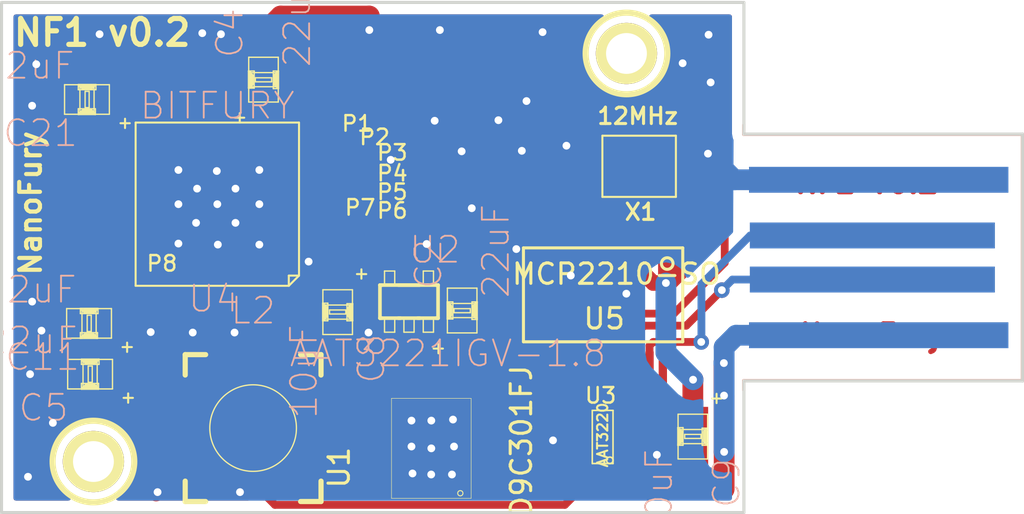
<source format=kicad_pcb>
(kicad_pcb (version 3) (host pcbnew "(2013-07-07 BZR 4022)-stable")
  (title_block (title "NanoFury NF1") (rev 0.1))
  (layers (15 F.Cu power) (0 B.Cu power) (19 F.Paste user) (21 F.SilkS user) (22 B.Mask user) (23 F.Mask user) (28 Edge.Cuts user))
  (net 0 "")
  (net 1 /INMISO)
  (net 2 /INMOSI)
  (net 3 /INSCK)
  (net 4 /OMISO)
  (net 5 /OMOSI)
  (net 6 /OSCK)
  (net 7 /OUTCLK)
  (net 8 0V8)
  (net 9 1.8V)
  (net 10 3.3V)
  (net 11 GND)
  (net 12 N-000001)
  (net 13 N-0000010)
  (net 14 N-0000013)
  (net 15 N-0000014)
  (net 16 N-000002)
  (net 17 N-0000021)
  (net 18 N-0000025)
  (net 19 N-000004)
  (net 20 N-000005)
  (net 21 N-000006)
  (net 22 N-000007)
  (net 23 N-000008)
  (net 24 USB_5V)
  (net 25 USB_DM)
  (net 26 USB_DP)
  (module USBAPCB (layer B.Cu) (at 142.95 87.5 270)
    (fp_text reference CN1 hide)
    (fp_text value MINIUSB hide)
    (pad 1 smd rect (at 3.81 0 270) (size 1.27 12.7) (layers B.Cu) (net 17 N-0000021))
    (pad 5 smd rect (at -3.81 0 270) (size 1.27 12.7) (layers B.Cu) (net 11 GND))
    (pad 3 smd rect (at -1.08 0.31 270) (size 1.27 12) (layers B.Cu) (net 26 USB_DP))
    (pad 2 smd rect (at 1.08 0.31 270) (size 1.27 12) (layers B.Cu) (net 25 USB_DM))
  )
  (module 0630 (layer F.Cu) (at 112.3188 95.8596 270)
    (fp_text reference L2 (at -5.754 0 360) (layer B.SilkS) (effects (font (size 1.27 1.27) (thickness 0.0889))))
    (fp_text value 2.4uH (at 5.83 0 360) (layer B.SilkS) (effects (font (size 1.27 1.27) (thickness 0.0889))))
    (pad 1 smd rect (at 0 -3.275 270) (size 3.4 2.35) (layers F.Cu F.Paste F.Mask) (net 19 N-000004))
    (pad 2 smd rect (at 0 3.275 270) (size 3.4 2.35) (layers F.Cu F.Paste F.Mask) (net 8 0V8))
  )
  (module HTSOP-J8 (layer F.Cu) (at 122.99442 99.30384 90)
    (fp_text reference U1 (at 1.508 -6.466 90) (layer F.SilkS))
    (fp_text value BD9C301FJ (at 2.308 2.458 90) (layer F.SilkS))
    (pad 4 smd rect (at 4.355 0.725 90) (size 0.55 1.2) (layers F.Cu F.Paste F.Mask) (net 20 N-000005))
    (pad 1 smd rect (at 0.545 0.725 90) (size 0.55 1.2) (layers F.Cu F.Paste F.Mask) (net 11 GND))
    (pad 2 smd rect (at 1.815 0.725 90) (size 0.55 1.2) (layers F.Cu F.Paste F.Mask) (net 24 USB_5V))
    (pad 3 smd rect (at 3.085 0.725 90) (size 0.55 1.2) (layers F.Cu F.Paste F.Mask) (net 11 GND))
    (pad 6 smd rect (at 3.085 -4.625 90) (size 0.55 1.2) (layers F.Cu F.Paste F.Mask) (net 24 USB_5V))
    (pad 7 smd rect (at 1.815 -4.625 90) (size 0.55 1.2) (layers F.Cu F.Paste F.Mask) (net 19 N-000004))
    (pad 8 smd rect (at 0.545 -4.625 90) (size 0.55 1.2) (layers F.Cu F.Paste F.Mask) (net 19 N-000004))
    (pad 5 smd rect (at 4.355 -4.625 90) (size 0.55 1.2) (layers F.Cu F.Paste F.Mask) (net 16 N-000002))
    (pad 9 smd rect (at 2.45 -1.95 90) (size 3.8 3) (layers F.Cu F.Paste F.Mask) (net 11 GND))
  )
  (module Hole2mm (layer F.Cu) (at 130.6 77.5)
    (fp_text reference Hole2mm1 hide)
    (fp_text value P*** hide)
    (pad 1 thru_hole circle (at 0 0) (size 3 3) (drill 2) (layers *.Cu *.Mask F.SilkS))
  )
  (module Hole2mm (layer F.Cu) (at 104.5 97.5)
    (fp_text reference Hole2mm hide)
    (fp_text value P*** hide)
    (pad 1 thru_hole circle (at 0 0) (size 3 3) (drill 2) (layers *.Cu *.Mask F.SilkS))
  )
  (module SSOP-20 (layer F.Cu) (at 132.38 85.73 180)
    (fp_text reference U5 (at 2.87 -4.77 180) (layer F.SilkS) (effects (font (size 1.00076 1.00076) (thickness 0.14986))))
    (fp_text value MCP2210-SO (at 2.27 -2.58 180) (layer F.SilkS) (effects (font (size 1.00076 1.00076) (thickness 0.14986))))
    (pad 7 smd rect (at 3.9 0 180) (size 0.4064 1.651) (layers F.Cu F.Paste F.Mask))
    (pad 8 smd rect (at 4.55 0 180) (size 0.4064 1.651) (layers F.Cu F.Paste F.Mask))
    (pad 9 smd rect (at 5.2 0 180) (size 0.4064 1.651) (layers F.Cu F.Paste F.Mask) (net 23 N-000008))
    (pad 10 smd rect (at 5.85 0 180) (size 0.4064 1.651) (layers F.Cu F.Paste F.Mask))
    (pad 17 smd rect (at 1.95 -7.2 180) (size 0.4064 1.651) (layers F.Cu F.Paste F.Mask) (net 10 3.3V))
    (pad 4 smd rect (at 1.95 0 180) (size 0.4064 1.651) (layers F.Cu F.Paste F.Mask) (net 10 3.3V))
    (pad 5 smd rect (at 2.6 0 180) (size 0.4064 1.651) (layers F.Cu F.Paste F.Mask))
    (pad 6 smd rect (at 3.25 0 180) (size 0.4064 1.651) (layers F.Cu F.Paste F.Mask))
    (pad 11 smd rect (at 5.85 -7.2 180) (size 0.4064 1.651) (layers F.Cu F.Paste F.Mask) (net 21 N-000006))
    (pad 12 smd rect (at 5.2 -7.2 180) (size 0.4064 1.651) (layers F.Cu F.Paste F.Mask) (net 13 N-0000010))
    (pad 13 smd rect (at 4.55 -7.2 180) (size 0.4064 1.651) (layers F.Cu F.Paste F.Mask) (net 22 N-000007))
    (pad 14 smd rect (at 3.9 -7.2 180) (size 0.4064 1.651) (layers F.Cu F.Paste F.Mask))
    (pad 15 smd rect (at 3.25 -7.2 180) (size 0.4064 1.651) (layers F.Cu F.Paste F.Mask))
    (pad 16 smd rect (at 2.6 -7.2 180) (size 0.4064 1.651) (layers F.Cu F.Paste F.Mask))
    (pad 18 smd rect (at 1.3 -7.2 180) (size 0.4064 1.651) (layers F.Cu F.Paste F.Mask) (net 25 USB_DM))
    (pad 19 smd rect (at 0.65 -7.2 180) (size 0.4064 1.651) (layers F.Cu F.Paste F.Mask) (net 26 USB_DP))
    (pad 20 smd rect (at 0 -7.2 180) (size 0.4064 1.651) (layers F.Cu F.Paste F.Mask))
    (pad 1 smd rect (at 0 0 180) (size 0.4064 1.651) (layers F.Cu F.Paste F.Mask) (net 10 3.3V))
    (pad 2 smd rect (at 0.65 0 180) (size 0.4064 1.651) (layers F.Cu F.Paste F.Mask) (net 14 N-0000013))
    (pad 3 smd rect (at 1.3 0 180) (size 0.4064 1.651) (layers F.Cu F.Paste F.Mask) (net 15 N-0000014))
  )
  (module SC59 (layer F.Cu) (at 129.43332 96.26346 90)
    (fp_text reference U3 (at 1.99898 -0.09906 180) (layer F.SilkS) (effects (font (size 0.762 0.762) (thickness 0.11938))))
    (fp_text value AAT3220 (at 0.0635 0 90) (layer F.SilkS) (effects (font (size 0.50038 0.50038) (thickness 0.09906))))
    (pad 3 smd rect (at 0 -1 90) (size 1 1.1) (layers F.Cu F.Paste F.Mask) (net 24 USB_5V))
    (pad 2 smd rect (at 0.95 1 90) (size 1 1.1) (layers F.Cu F.Paste F.Mask) (net 10 3.3V))
    (pad 1 smd rect (at -0.95 1 90) (size 1 1.1) (layers F.Cu F.Paste F.Mask) (net 11 GND))
  )
  (module CSTCE_G15C (layer F.Cu) (at 131.22 83.03 180)
    (fp_text reference X1 (at -0.07 -2.24 180) (layer F.SilkS) (effects (font (size 0.8 0.8))))
    (fp_text value 12MHz (at 0.07 2.46 180) (layer F.SilkS) (effects (font (size 0.8 0.8))))
    (pad 3 smd rect (at 1.2 0 180) (size 0.635 2) (layers F.Cu F.Paste F.Mask) (net 15 N-0000014))
    (pad 1 smd rect (at -1.2 0 180) (size 0.635 2) (layers F.Cu F.Paste F.Mask) (net 14 N-0000013))
    (pad 2 smd rect (at 0 0 180) (size 0.635 2) (layers F.Cu F.Paste F.Mask) (net 11 GND))
  )
  (module TP (layer F.Cu) (at 115.316 81.6864)
    (fp_text reference P1 (at 2.09 -0.75) (layer F.SilkS) (effects (font (size 0.762 0.762) (thickness 0.11938))))
    (fp_text value TST hide)
    (pad 1 smd rect (at 0 0) (size 0.635 0.635) (layers F.Cu F.Paste F.Mask) (net 3 /INSCK))
  )
  (module TP (layer F.Cu) (at 116.1796 82.3468)
    (fp_text reference P2 (at 2.09 -0.75) (layer F.SilkS) (effects (font (size 0.762 0.762) (thickness 0.11938))))
    (fp_text value TST hide)
    (pad 1 smd rect (at 0 0) (size 0.635 0.635) (layers F.Cu F.Paste F.Mask) (net 2 /INMOSI))
  )
  (module TP (layer F.Cu) (at 117.0432 83.1088)
    (fp_text reference P3 (at 2.09 -0.75) (layer F.SilkS) (effects (font (size 0.762 0.762) (thickness 0.11938))))
    (fp_text value TST hide)
    (pad 1 smd rect (at 0 0) (size 0.635 0.635) (layers F.Cu F.Paste F.Mask) (net 1 /INMISO))
  )
  (module TP (layer F.Cu) (at 117.0432 84.1248)
    (fp_text reference P4 (at 2.09 -0.75) (layer F.SilkS) (effects (font (size 0.762 0.762) (thickness 0.11938))))
    (fp_text value TST hide)
    (pad 1 smd rect (at 0 0) (size 0.635 0.635) (layers F.Cu F.Paste F.Mask) (net 4 /OMISO))
  )
  (module TP (layer F.Cu) (at 117.0432 85.0392)
    (fp_text reference P5 (at 2.09 -0.75) (layer F.SilkS) (effects (font (size 0.762 0.762) (thickness 0.11938))))
    (fp_text value TST hide)
    (pad 1 smd rect (at 0 0) (size 0.635 0.635) (layers F.Cu F.Paste F.Mask) (net 5 /OMOSI))
  )
  (module TP (layer F.Cu) (at 117.0432 85.9536)
    (fp_text reference P6 (at 2.09 -0.75) (layer F.SilkS) (effects (font (size 0.762 0.762) (thickness 0.11938))))
    (fp_text value TST hide)
    (pad 1 smd rect (at 0 0) (size 0.635 0.635) (layers F.Cu F.Paste F.Mask) (net 6 /OSCK))
  )
  (module TP (layer F.Cu) (at 105.7656 88.5444)
    (fp_text reference P8 (at 2.09 -0.75) (layer F.SilkS) (effects (font (size 0.762 0.762) (thickness 0.11938))))
    (fp_text value TST hide)
    (pad 1 smd rect (at 0 0) (size 0.635 0.635) (layers F.Cu F.Paste F.Mask) (net 8 0V8))
  )
  (module TP (layer F.Cu) (at 115.4684 85.8012)
    (fp_text reference P7 (at 2.09 -0.75) (layer F.SilkS) (effects (font (size 0.762 0.762) (thickness 0.11938))))
    (fp_text value TST hide)
    (pad 1 smd rect (at 0 0) (size 0.635 0.635) (layers F.Cu F.Paste F.Mask) (net 7 /OUTCLK))
  )
  (module 0805 (layer F.Cu) (at 122.555 90.1065 90)
    (fp_text reference C2 (at 2.286 -1.651 90) (layer B.SilkS) (effects (font (size 1.27 1.27) (thickness 0.0889))))
    (fp_text value 22uF (at 2.921 1.651 90) (layer B.SilkS) (effects (font (size 1.27 1.27) (thickness 0.0889))))
    (pad 1 smd rect (at -0.89916 0 90) (size 1.09982 1.4986) (layers F.Cu F.Paste F.Mask) (net 24 USB_5V))
    (pad 2 smd rect (at 0.89916 0 90) (size 1.09982 1.4986) (layers F.Cu F.Paste F.Mask) (net 11 GND))
  )
  (module 0805 (layer F.Cu) (at 112.8268 78.7908 90)
    (fp_text reference C4 (at 2.286 -1.651 90) (layer B.SilkS) (effects (font (size 1.27 1.27) (thickness 0.0889))))
    (fp_text value 22uF (at 2.921 1.651 90) (layer B.SilkS) (effects (font (size 1.27 1.27) (thickness 0.0889))))
    (pad 1 smd rect (at -0.89916 0 90) (size 1.09982 1.4986) (layers F.Cu F.Paste F.Mask) (net 8 0V8))
    (pad 2 smd rect (at 0.89916 0 90) (size 1.09982 1.4986) (layers F.Cu F.Paste F.Mask) (net 11 GND))
  )
  (module 0805 (layer F.Cu) (at 104.3432 93.218 180)
    (fp_text reference C5 (at 2.286 -1.651 180) (layer B.SilkS) (effects (font (size 1.27 1.27) (thickness 0.0889))))
    (fp_text value 22uF (at 2.921 1.651 180) (layer B.SilkS) (effects (font (size 1.27 1.27) (thickness 0.0889))))
    (pad 1 smd rect (at -0.89916 0 180) (size 1.09982 1.4986) (layers F.Cu F.Paste F.Mask) (net 8 0V8))
    (pad 2 smd rect (at 0.89916 0 180) (size 1.09982 1.4986) (layers F.Cu F.Paste F.Mask) (net 11 GND))
  )
  (module 0805 (layer F.Cu) (at 116.459 90.17 270)
    (fp_text reference C8 (at 2.286 -1.651 270) (layer B.SilkS) (effects (font (size 1.27 1.27) (thickness 0.0889))))
    (fp_text value 10uF (at 2.921 1.651 270) (layer B.SilkS) (effects (font (size 1.27 1.27) (thickness 0.0889))))
    (pad 1 smd rect (at -0.89916 0 270) (size 1.09982 1.4986) (layers F.Cu F.Paste F.Mask) (net 18 N-0000025))
    (pad 2 smd rect (at 0.89916 0 270) (size 1.09982 1.4986) (layers F.Cu F.Paste F.Mask) (net 11 GND))
  )
  (module 0805 (layer F.Cu) (at 133.85 96.27 270)
    (fp_text reference C9 (at 2.286 -1.651 270) (layer B.SilkS) (effects (font (size 1.27 1.27) (thickness 0.0889))))
    (fp_text value 10uF (at 2.921 1.651 270) (layer B.SilkS) (effects (font (size 1.27 1.27) (thickness 0.0889))))
    (pad 1 smd rect (at -0.89916 0 270) (size 1.09982 1.4986) (layers F.Cu F.Paste F.Mask) (net 10 3.3V))
    (pad 2 smd rect (at 0.89916 0 270) (size 1.09982 1.4986) (layers F.Cu F.Paste F.Mask) (net 11 GND))
  )
  (module 0805 (layer F.Cu) (at 104.2924 90.7288 180)
    (fp_text reference C11 (at 2.286 -1.651 180) (layer B.SilkS) (effects (font (size 1.27 1.27) (thickness 0.0889))))
    (fp_text value 22uF (at 2.921 1.651 180) (layer B.SilkS) (effects (font (size 1.27 1.27) (thickness 0.0889))))
    (pad 1 smd rect (at -0.89916 0 180) (size 1.09982 1.4986) (layers F.Cu F.Paste F.Mask) (net 8 0V8))
    (pad 2 smd rect (at 0.89916 0 180) (size 1.09982 1.4986) (layers F.Cu F.Paste F.Mask) (net 11 GND))
  )
  (module 0805 (layer F.Cu) (at 104.1908 79.756 180)
    (fp_text reference C21 (at 2.286 -1.651 180) (layer B.SilkS) (effects (font (size 1.27 1.27) (thickness 0.0889))))
    (fp_text value 22uF (at 2.921 1.651 180) (layer B.SilkS) (effects (font (size 1.27 1.27) (thickness 0.0889))))
    (pad 1 smd rect (at -0.89916 0 180) (size 1.09982 1.4986) (layers F.Cu F.Paste F.Mask) (net 8 0V8))
    (pad 2 smd rect (at 0.89916 0 180) (size 1.09982 1.4986) (layers F.Cu F.Paste F.Mask) (net 11 GND))
  )
  (module 0402 (layer F.Cu) (at 114.808 90.678 270)
    (fp_text reference CF1.8-1)
    (fp_text value 100n)
    (pad 1 smd rect (at -0.5 0 270) (size 0.5 0.7) (layers F.Cu F.Paste F.Mask) (net 9 1.8V))
    (pad 2 smd rect (at 0.5 0 270) (size 0.5 0.7) (layers F.Cu F.Paste F.Mask) (net 11 GND))
  )
  (module 0402 (layer F.Cu) (at 116.332 87.5792)
    (fp_text reference R10)
    (fp_text value 1R)
    (pad 1 smd rect (at -0.5 0) (size 0.5 0.7) (layers F.Cu F.Paste F.Mask) (net 9 1.8V))
    (pad 2 smd rect (at 0.5 0) (size 0.5 0.7) (layers F.Cu F.Paste F.Mask) (net 18 N-0000025))
  )
  (module 0402 (layer F.Cu) (at 124.841 89.281 270)
    (fp_text reference R7)
    (fp_text value 1k)
    (pad 1 smd rect (at -0.5 0 270) (size 0.5 0.7) (layers F.Cu F.Paste F.Mask) (net 13 N-0000010))
    (pad 2 smd rect (at 0.5 0 270) (size 0.5 0.7) (layers F.Cu F.Paste F.Mask) (net 21 N-000006))
  )
  (module 0402 (layer F.Cu) (at 133.85 84.24 90)
    (fp_text reference C10)
    (fp_text value 100n)
    (pad 1 smd rect (at -0.5 0 90) (size 0.5 0.7) (layers F.Cu F.Paste F.Mask) (net 10 3.3V))
    (pad 2 smd rect (at 0.5 0 90) (size 0.5 0.7) (layers F.Cu F.Paste F.Mask) (net 11 GND))
  )
  (module 0402 (layer F.Cu) (at 116.6368 79.7052 90)
    (fp_text reference R5)
    (fp_text value 2k)
    (pad 1 smd rect (at -0.5 0 90) (size 0.5 0.7) (layers F.Cu F.Paste F.Mask) (net 3 /INSCK))
    (pad 2 smd rect (at 0.5 0 90) (size 0.5 0.7) (layers F.Cu F.Paste F.Mask) (net 13 N-0000010))
  )
  (module 0402 (layer F.Cu) (at 118.9228 79.7052 180)
    (fp_text reference R6)
    (fp_text value 2k)
    (pad 1 smd rect (at -0.5 0 180) (size 0.5 0.7) (layers F.Cu F.Paste F.Mask) (net 11 GND))
    (pad 2 smd rect (at 0.5 0 180) (size 0.5 0.7) (layers F.Cu F.Paste F.Mask) (net 2 /INMOSI))
  )
  (module 0402 (layer F.Cu) (at 115.1636 78.486 270)
    (fp_text reference R9)
    (fp_text value 2k)
    (pad 1 smd rect (at -0.5 0 270) (size 0.5 0.7) (layers F.Cu F.Paste F.Mask) (net 11 GND))
    (pad 2 smd rect (at 0.5 0 270) (size 0.5 0.7) (layers F.Cu F.Paste F.Mask) (net 3 /INSCK))
  )
  (module 0402 (layer F.Cu) (at 118.9228 80.9752 180)
    (fp_text reference R8)
    (fp_text value 2K)
    (pad 1 smd rect (at -0.5 0 180) (size 0.5 0.7) (layers F.Cu F.Paste F.Mask) (net 23 N-000008))
    (pad 2 smd rect (at 0.5 0 180) (size 0.5 0.7) (layers F.Cu F.Paste F.Mask) (net 2 /INMOSI))
  )
  (module 0402 (layer F.Cu) (at 126.65202 98.34372 90)
    (fp_text reference C1)
    (fp_text value 100nF)
    (pad 1 smd rect (at -0.5 0 90) (size 0.5 0.7) (layers F.Cu F.Paste F.Mask) (net 11 GND))
    (pad 2 smd rect (at 0.5 0 90) (size 0.5 0.7) (layers F.Cu F.Paste F.Mask) (net 24 USB_5V))
  )
  (module 0402 (layer F.Cu) (at 134.2644 98.7806 180)
    (fp_text reference L1)
    (fp_text value 1uH)
    (pad 1 smd rect (at -0.5 0 180) (size 0.5 0.7) (layers F.Cu F.Paste F.Mask) (net 17 N-0000021))
    (pad 2 smd rect (at 0.5 0 180) (size 0.5 0.7) (layers F.Cu F.Paste F.Mask) (net 24 USB_5V))
  )
  (module 0402 (layer F.Cu) (at 118.9736 84.836 270)
    (fp_text reference R4)
    (fp_text value 100)
    (pad 1 smd rect (at -0.5 0 270) (size 0.5 0.7) (layers F.Cu F.Paste F.Mask) (net 1 /INMISO))
    (pad 2 smd rect (at 0.5 0 270) (size 0.5 0.7) (layers F.Cu F.Paste F.Mask) (net 22 N-000007))
  )
  (module 0402 (layer F.Cu) (at 125.47854 96.43872 90)
    (fp_text reference R3)
    (fp_text value 2.4k)
    (pad 1 smd rect (at -0.5 0 90) (size 0.5 0.7) (layers F.Cu F.Paste F.Mask) (net 11 GND))
    (pad 2 smd rect (at 0.5 0 90) (size 0.5 0.7) (layers F.Cu F.Paste F.Mask) (net 20 N-000005))
  )
  (module 0402 (layer F.Cu) (at 122.61342 93.76664)
    (fp_text reference R2)
    (fp_text value 100)
    (pad 1 smd rect (at -0.5 0) (size 0.5 0.7) (layers F.Cu F.Paste F.Mask) (net 8 0V8))
    (pad 2 smd rect (at 0.5 0) (size 0.5 0.7) (layers F.Cu F.Paste F.Mask) (net 20 N-000005))
  )
  (module 0402 (layer F.Cu) (at 118.60022 93.76664 180)
    (fp_text reference R1)
    (fp_text value 13k)
    (pad 1 smd rect (at -0.5 0 180) (size 0.5 0.7) (layers F.Cu F.Paste F.Mask) (net 12 N-000001))
    (pad 2 smd rect (at 0.5 0 180) (size 0.5 0.7) (layers F.Cu F.Paste F.Mask) (net 16 N-000002))
  )
  (module 0402 (layer F.Cu) (at 110.363 90.678 270)
    (fp_text reference C25)
    (fp_text value 100nF)
    (pad 1 smd rect (at -0.5 0 270) (size 0.5 0.7) (layers F.Cu F.Paste F.Mask) (net 8 0V8))
    (pad 2 smd rect (at 0.5 0 270) (size 0.5 0.7) (layers F.Cu F.Paste F.Mask) (net 11 GND))
  )
  (module 0402 (layer F.Cu) (at 112.395 90.678 270)
    (fp_text reference C24)
    (fp_text value 100nF)
    (pad 1 smd rect (at -0.5 0 270) (size 0.5 0.7) (layers F.Cu F.Paste F.Mask) (net 8 0V8))
    (pad 2 smd rect (at 0.5 0 270) (size 0.5 0.7) (layers F.Cu F.Paste F.Mask) (net 11 GND))
  )
  (module 0402 (layer F.Cu) (at 110.998 79.0956 90)
    (fp_text reference C23)
    (fp_text value 100nF)
    (pad 1 smd rect (at -0.5 0 90) (size 0.5 0.7) (layers F.Cu F.Paste F.Mask) (net 8 0V8))
    (pad 2 smd rect (at 0.5 0 90) (size 0.5 0.7) (layers F.Cu F.Paste F.Mask) (net 11 GND))
  )
  (module 0402 (layer F.Cu) (at 109.474 79.0956 90)
    (fp_text reference C22)
    (fp_text value 100nF)
    (pad 1 smd rect (at -0.5 0 90) (size 0.5 0.7) (layers F.Cu F.Paste F.Mask) (net 8 0V8))
    (pad 2 smd rect (at 0.5 0 90) (size 0.5 0.7) (layers F.Cu F.Paste F.Mask) (net 11 GND))
  )
  (module 0402 (layer F.Cu) (at 104.4956 85.0392 180)
    (fp_text reference C15)
    (fp_text value 100nF)
    (pad 1 smd rect (at -0.5 0 180) (size 0.5 0.7) (layers F.Cu F.Paste F.Mask) (net 8 0V8))
    (pad 2 smd rect (at 0.5 0 180) (size 0.5 0.7) (layers F.Cu F.Paste F.Mask) (net 11 GND))
  )
  (module 0402 (layer F.Cu) (at 104.4956 86.868 180)
    (fp_text reference C14)
    (fp_text value 100nF)
    (pad 1 smd rect (at -0.5 0 180) (size 0.5 0.7) (layers F.Cu F.Paste F.Mask) (net 8 0V8))
    (pad 2 smd rect (at 0.5 0 180) (size 0.5 0.7) (layers F.Cu F.Paste F.Mask) (net 11 GND))
  )
  (module 0402 (layer F.Cu) (at 107.8992 79.0956 90)
    (fp_text reference C13)
    (fp_text value 100nF)
    (pad 1 smd rect (at -0.5 0 90) (size 0.5 0.7) (layers F.Cu F.Paste F.Mask) (net 8 0V8))
    (pad 2 smd rect (at 0.5 0 90) (size 0.5 0.7) (layers F.Cu F.Paste F.Mask) (net 11 GND))
  )
  (module 0402 (layer F.Cu) (at 104.4956 83.1088 180)
    (fp_text reference C12)
    (fp_text value 100nF)
    (pad 1 smd rect (at -0.5 0 180) (size 0.5 0.7) (layers F.Cu F.Paste F.Mask) (net 8 0V8))
    (pad 2 smd rect (at 0.5 0 180) (size 0.5 0.7) (layers F.Cu F.Paste F.Mask) (net 11 GND))
  )
  (module 0402 (layer F.Cu) (at 120.63222 93.76664)
    (fp_text reference C7)
    (fp_text value 1.1n)
    (pad 1 smd rect (at -0.5 0) (size 0.5 0.7) (layers F.Cu F.Paste F.Mask) (net 12 N-000001))
    (pad 2 smd rect (at 0.5 0) (size 0.5 0.7) (layers F.Cu F.Paste F.Mask) (net 11 GND))
  )
  (module 0402 (layer F.Cu) (at 108.331 90.678 270)
    (fp_text reference C6)
    (fp_text value 100nF)
    (pad 1 smd rect (at -0.5 0 270) (size 0.5 0.7) (layers F.Cu F.Paste F.Mask) (net 8 0V8))
    (pad 2 smd rect (at 0.5 0 270) (size 0.5 0.7) (layers F.Cu F.Paste F.Mask) (net 11 GND))
  )
  (module 0402 (layer F.Cu) (at 125.47092 98.35134 270)
    (fp_text reference C3)
    (fp_text value 100nF)
    (pad 1 smd rect (at -0.5 0 270) (size 0.5 0.7) (layers F.Cu F.Paste F.Mask) (net 24 USB_5V))
    (pad 2 smd rect (at 0.5 0 270) (size 0.5 0.7) (layers F.Cu F.Paste F.Mask) (net 11 GND))
  )
  (module QFN48 (layer F.Cu) (at 110.5662 84.8868 180)
    (fp_text reference U4 (at 0.17272 -4.63296 180) (layer B.SilkS) (effects (font (size 1.27 1.27) (thickness 0.0889))))
    (fp_text value BITFURY (at 0 4.826 180) (layer B.SilkS) (effects (font (size 1.27 1.27) (thickness 0.0889))))
    (pad 13 smd rect (at -2.75 3.335 180) (size 0.3 0.63) (layers F.Cu F.Paste F.Mask) (net 8 0V8))
    (pad 25 smd rect (at 3.335 2.75 180) (size 0.63 0.3) (layers F.Cu F.Paste F.Mask) (net 8 0V8))
    (pad 26 smd rect (at 3.335 2.25 180) (size 0.63 0.3) (layers F.Cu F.Paste F.Mask) (net 8 0V8))
    (pad 28 smd rect (at 3.335 1.25 180) (size 0.63 0.3) (layers F.Cu F.Paste F.Mask) (net 8 0V8))
    (pad 27 smd rect (at 3.335 1.75 180) (size 0.63 0.3) (layers F.Cu F.Paste F.Mask) (net 8 0V8))
    (pad 29 smd rect (at 3.335 0.75 180) (size 0.63 0.3) (layers F.Cu F.Paste F.Mask) (net 8 0V8))
    (pad 30 smd rect (at 3.335 0.25 180) (size 0.63 0.3) (layers F.Cu F.Paste F.Mask) (net 8 0V8))
    (pad 36 smd rect (at 3.335 -2.75 180) (size 0.63 0.3) (layers F.Cu F.Paste F.Mask) (net 8 0V8))
    (pad 35 smd rect (at 3.335 -2.25 180) (size 0.63 0.3) (layers F.Cu F.Paste F.Mask) (net 8 0V8))
    (pad 33 smd rect (at 3.335 -1.25 180) (size 0.63 0.3) (layers F.Cu F.Paste F.Mask) (net 8 0V8))
    (pad 34 smd rect (at 3.335 -1.75 180) (size 0.63 0.3) (layers F.Cu F.Paste F.Mask) (net 8 0V8))
    (pad 32 smd rect (at 3.335 -0.75 180) (size 0.63 0.3) (layers F.Cu F.Paste F.Mask) (net 8 0V8))
    (pad 31 smd rect (at 3.335 -0.25 180) (size 0.63 0.3) (layers F.Cu F.Paste F.Mask) (net 8 0V8))
    (pad 1 smd rect (at -3.335 -2.75 180) (size 0.63 0.3) (layers F.Cu F.Paste F.Mask) (net 11 GND))
    (pad 3 smd rect (at -3.335 -1.748 180) (size 0.63 0.3) (layers F.Cu F.Paste F.Mask) (net 11 GND))
    (pad 2 smd rect (at -3.335 -2.25 180) (size 0.63 0.3) (layers F.Cu F.Paste F.Mask) (net 11 GND))
    (pad 5 smd rect (at -3.335 -0.75 180) (size 0.63 0.3) (layers F.Cu F.Paste F.Mask) (net 7 /OUTCLK))
    (pad 6 smd rect (at -3.335 -0.25 180) (size 0.63 0.3) (layers F.Cu F.Paste F.Mask) (net 6 /OSCK))
    (pad 4 smd rect (at -3.335 -1.25 180) (size 0.63 0.3) (layers F.Cu F.Paste F.Mask) (net 9 1.8V))
    (pad 10 smd rect (at -3.335 1.75 180) (size 0.63 0.3) (layers F.Cu F.Paste F.Mask) (net 2 /INMOSI))
    (pad 12 smd rect (at -3.335 2.75 180) (size 0.63 0.3) (layers F.Cu F.Paste F.Mask) (net 11 GND))
    (pad 11 smd rect (at -3.335 2.25 180) (size 0.63 0.3) (layers F.Cu F.Paste F.Mask) (net 3 /INSCK))
    (pad 8 smd rect (at -3.335 0.75 180) (size 0.63 0.3) (layers F.Cu F.Paste F.Mask) (net 4 /OMISO))
    (pad 9 smd rect (at -3.335 1.25 180) (size 0.63 0.3) (layers F.Cu F.Paste F.Mask) (net 1 /INMISO))
    (pad 7 smd rect (at -3.335 0.25 180) (size 0.63 0.3) (layers F.Cu F.Paste F.Mask) (net 5 /OMOSI))
    (pad 49 smd rect (at 0 0 180) (size 5.2 5.2) (layers F.Cu F.Paste F.Mask) (net 11 GND))
    (pad 47 smd rect (at -2.25 -3.335 180) (size 0.3 0.63) (layers F.Cu F.Paste F.Mask) (net 8 0V8))
    (pad 48 smd rect (at -2.75 -3.335 180) (size 0.3 0.63) (layers F.Cu F.Paste F.Mask) (net 8 0V8))
    (pad 45 smd rect (at -1.25 -3.335 180) (size 0.3 0.63) (layers F.Cu F.Paste F.Mask) (net 8 0V8))
    (pad 44 smd rect (at -0.75 -3.335 180) (size 0.3 0.63) (layers F.Cu F.Paste F.Mask) (net 8 0V8))
    (pad 46 smd rect (at -1.75 -3.335 180) (size 0.3 0.63) (layers F.Cu F.Paste F.Mask) (net 8 0V8))
    (pad 39 smd rect (at 1.75 -3.335 180) (size 0.3 0.63) (layers F.Cu F.Paste F.Mask) (net 8 0V8))
    (pad 37 smd rect (at 2.75 -3.335 180) (size 0.3 0.63) (layers F.Cu F.Paste F.Mask) (net 8 0V8))
    (pad 38 smd rect (at 2.25 -3.335 180) (size 0.3 0.63) (layers F.Cu F.Paste F.Mask) (net 8 0V8))
    (pad 41 smd rect (at 0.75 -3.335 180) (size 0.3 0.63) (layers F.Cu F.Paste F.Mask) (net 8 0V8))
    (pad 40 smd rect (at 1.25 -3.335 180) (size 0.3 0.63) (layers F.Cu F.Paste F.Mask) (net 8 0V8))
    (pad 42 smd rect (at 0.25 -3.335 180) (size 0.3 0.63) (layers F.Cu F.Paste F.Mask) (net 8 0V8))
    (pad 43 smd rect (at -0.25 -3.335 180) (size 0.3 0.63) (layers F.Cu F.Paste F.Mask) (net 8 0V8))
    (pad 14 smd rect (at -2.25 3.335 180) (size 0.3 0.63) (layers F.Cu F.Paste F.Mask) (net 8 0V8))
    (pad 16 smd rect (at -1.25 3.335 180) (size 0.3 0.63) (layers F.Cu F.Paste F.Mask) (net 8 0V8))
    (pad 17 smd rect (at -0.75 3.335 180) (size 0.3 0.63) (layers F.Cu F.Paste F.Mask) (net 8 0V8))
    (pad 15 smd rect (at -1.75 3.335 180) (size 0.3 0.63) (layers F.Cu F.Paste F.Mask) (net 8 0V8))
    (pad 22 smd rect (at 1.75 3.335 180) (size 0.3 0.63) (layers F.Cu F.Paste F.Mask) (net 8 0V8))
    (pad 24 smd rect (at 2.75 3.335 180) (size 0.3 0.63) (layers F.Cu F.Paste F.Mask) (net 8 0V8))
    (pad 23 smd rect (at 2.25 3.335 180) (size 0.3 0.63) (layers F.Cu F.Paste F.Mask) (net 8 0V8))
    (pad 20 smd rect (at 0.75 3.335 180) (size 0.3 0.63) (layers F.Cu F.Paste F.Mask) (net 8 0V8))
    (pad 21 smd rect (at 1.25 3.335 180) (size 0.3 0.63) (layers F.Cu F.Paste F.Mask) (net 8 0V8))
    (pad 19 smd rect (at 0.25 3.335 180) (size 0.3 0.63) (layers F.Cu F.Paste F.Mask) (net 8 0V8))
    (pad 18 smd rect (at -0.25 3.335 180) (size 0.3 0.63) (layers F.Cu F.Paste F.Mask) (net 8 0V8))
  )
  (module SOT23-5 (layer F.Cu) (at 119.9515 89.662)
    (fp_text reference U2 (at 1.27 -2.54) (layer B.SilkS) (effects (font (size 1.27 1.27) (thickness 0.0889))))
    (fp_text value AAT3221IGV-1.8 (at 1.905 2.54) (layer B.SilkS) (effects (font (size 1.27 1.27) (thickness 0.0889))))
    (pad 1 smd rect (at -0.94996 1.29794) (size 0.54864 1.19888) (layers F.Cu F.Paste F.Mask) (net 24 USB_5V))
    (pad 2 smd rect (at 0 1.29794) (size 0.54864 1.19888) (layers F.Cu F.Paste F.Mask) (net 11 GND))
    (pad 3 smd rect (at 0.94996 1.29794) (size 0.54864 1.19888) (layers F.Cu F.Paste F.Mask) (net 24 USB_5V))
    (pad 4 smd rect (at 0.94996 -1.29794) (size 0.54864 1.19888) (layers F.Cu F.Paste F.Mask) (net 11 GND))
    (pad 5 smd rect (at -0.94996 -1.29794) (size 0.54864 1.19888) (layers F.Cu F.Paste F.Mask) (net 18 N-0000025))
  )
  (gr_text NanoFury (at 142.621 91.313) (layer F.Cu) (effects (font (size 1.016 1.016) (thickness 0.254))))
  (gr_text "NF1 V0.2" (at 142.367 83.82) (layer F.Cu) (effects (font (size 1.016 1.016) (thickness 0.254))))
  (gr_text NanoFury (at 101.4222 84.836 90) (layer F.SilkS) (effects (font (size 1.016 1.016) (thickness 0.2032))))
  (gr_text "NF1 v0.2" (at 104.9274 76.4794) (layer F.SilkS) (effects (font (size 1.27 1.27) (thickness 0.254))))
  (gr_line (start 136.35 75) (end 100 75) (angle 90) (layer Edge.Cuts) (width 0.15))
  (gr_line (start 100 100) (end 100 75) (angle 90) (layer Edge.Cuts) (width 0.15))
  (gr_line (start 136.35 81.45) (end 136.35 75) (angle 90) (layer Edge.Cuts) (width 0.15))
  (gr_line (start 150 81.45) (end 136.35 81.45) (angle 90) (layer Edge.Cuts) (width 0.15))
  (gr_line (start 136.35 93.55) (end 136.35 100) (angle 90) (layer Edge.Cuts) (width 0.15))
  (gr_line (start 150 93.55) (end 136.35 93.55) (angle 90) (layer Edge.Cuts) (width 0.15))
  (gr_line (start 150 81.45) (end 150 93.55) (angle 90) (layer Edge.Cuts) (width 0.15))
  (gr_line (start 136.35 100) (end 100 100) (angle 90) (layer Edge.Cuts) (width 0.15))
  (segment (start 117.0432 83.1088) (end 115.7732 83.1088) (width 0.254) (layer F.Cu) (net 1))
  (segment (start 115.2452 83.6368) (end 113.9012 83.6368) (width 0.254) (layer F.Cu) (net 1))
  (segment (start 115.7732 83.1088) (end 115.2452 83.6368) (width 0.254) (layer F.Cu) (net 1))
  (segment (start 118.9736 84.336) (end 118.9736 83.8708) (width 0.381) (layer F.Cu) (net 1))
  (segment (start 118.2116 83.1088) (end 117.0432 83.1088) (width 0.381) (layer F.Cu) (net 1))
  (segment (start 118.9736 83.8708) (end 118.2116 83.1088) (width 0.381) (layer F.Cu) (net 1))
  (segment (start 118.4228 79.7052) (end 118.4228 80.9752) (width 0.508) (layer F.Cu) (net 2))
  (segment (start 116.1796 82.3468) (end 115.7732 82.3468) (width 0.254) (layer F.Cu) (net 2))
  (segment (start 114.9832 83.1368) (end 113.9012 83.1368) (width 0.254) (layer F.Cu) (net 2))
  (segment (start 115.7732 82.3468) (end 114.9832 83.1368) (width 0.254) (layer F.Cu) (net 2))
  (segment (start 118.4228 80.9752) (end 118.4228 81.6784) (width 0.381) (layer F.Cu) (net 2))
  (segment (start 117.7544 82.3468) (end 116.1796 82.3468) (width 0.381) (layer F.Cu) (net 2))
  (segment (start 118.4228 81.6784) (end 117.7544 82.3468) (width 0.381) (layer F.Cu) (net 2))
  (segment (start 115.316 81.6864) (end 115.316 82.0928) (width 0.254) (layer F.Cu) (net 3))
  (segment (start 114.772 82.6368) (end 113.9012 82.6368) (width 0.254) (layer F.Cu) (net 3))
  (segment (start 115.316 82.0928) (end 114.772 82.6368) (width 0.254) (layer F.Cu) (net 3))
  (segment (start 115.1636 78.986) (end 115.1636 80.2132) (width 0.381) (layer F.Cu) (net 3))
  (segment (start 115.1636 80.2132) (end 115.316 80.3656) (width 0.381) (layer F.Cu) (net 3))
  (segment (start 115.316 81.6864) (end 115.316 80.3656) (width 0.381) (layer F.Cu) (net 3))
  (segment (start 115.4764 80.2052) (end 116.6368 80.2052) (width 0.381) (layer F.Cu) (net 3))
  (segment (start 115.316 80.3656) (end 115.4764 80.2052) (width 0.381) (layer F.Cu) (net 3))
  (segment (start 117.0432 84.1248) (end 113.9132 84.1248) (width 0.254) (layer F.Cu) (net 4))
  (segment (start 113.9132 84.1248) (end 113.9012 84.1368) (width 0.254) (layer F.Cu) (net 4))
  (segment (start 117.0432 85.0392) (end 116.586 85.0392) (width 0.254) (layer F.Cu) (net 5))
  (segment (start 116.1836 84.6368) (end 113.9012 84.6368) (width 0.254) (layer F.Cu) (net 5))
  (segment (start 116.586 85.0392) (end 116.1836 84.6368) (width 0.254) (layer F.Cu) (net 5))
  (segment (start 113.9012 85.1368) (end 116.037018 85.1368) (width 0.254) (layer F.Cu) (net 6))
  (segment (start 116.4844 85.9536) (end 117.0432 85.9536) (width 0.254) (layer F.Cu) (net 6))
  (segment (start 116.4336 85.9028) (end 116.4844 85.9536) (width 0.254) (layer F.Cu) (net 6))
  (segment (start 116.4336 85.533382) (end 116.4336 85.9028) (width 0.254) (layer F.Cu) (net 6))
  (segment (start 116.037018 85.1368) (end 116.4336 85.533382) (width 0.254) (layer F.Cu) (net 6))
  (segment (start 113.9012 85.6368) (end 114.8976 85.6368) (width 0.254) (layer F.Cu) (net 7))
  (segment (start 115.062 85.8012) (end 115.4684 85.8012) (width 0.254) (layer F.Cu) (net 7))
  (segment (start 114.8976 85.6368) (end 115.062 85.8012) (width 0.254) (layer F.Cu) (net 7))
  (segment (start 122.11342 93.76664) (end 122.11342 93.01264) (width 0.508) (layer F.Cu) (net 8))
  (segment (start 117.729 92.329) (end 113.284 92.329) (width 0.508) (layer F.Cu) (net 8))
  (segment (start 118.3386 92.9386) (end 117.729 92.329) (width 0.508) (layer F.Cu) (net 8))
  (segment (start 122.03938 92.9386) (end 118.3386 92.9386) (width 0.508) (layer F.Cu) (net 8))
  (segment (start 122.11342 93.01264) (end 122.03938 92.9386) (width 0.508) (layer F.Cu) (net 8))
  (segment (start 109.0438 95.8596) (end 107.87888 95.8596) (width 1.016) (layer F.Cu) (net 8))
  (segment (start 107.87888 95.8596) (end 106.64444 94.62516) (width 1.016) (layer F.Cu) (net 8))
  (segment (start 109.0438 95.8596) (end 109.0438 95.80024) (width 1.016) (layer F.Cu) (net 8))
  (segment (start 109.0438 95.80024) (end 107.00766 93.7641) (width 1.016) (layer F.Cu) (net 8))
  (segment (start 110.23854 95.8596) (end 110.23854 93.94698) (width 1.016) (layer F.Cu) (net 8))
  (segment (start 110.05566 93.7641) (end 107.00766 93.7641) (width 1.016) (layer F.Cu) (net 8))
  (segment (start 110.23854 93.94698) (end 110.05566 93.7641) (width 1.016) (layer F.Cu) (net 8))
  (segment (start 110.7694 95.8596) (end 110.7694 92.97162) (width 1.016) (layer F.Cu) (net 8))
  (segment (start 106.2482 94.15526) (end 105.69448 94.70898) (width 1.016) (layer F.Cu) (net 8))
  (segment (start 106.2482 89.027) (end 106.2482 93.58884) (width 1.016) (layer F.Cu) (net 8))
  (segment (start 106.2482 93.58884) (end 106.2482 94.15526) (width 1.016) (layer F.Cu) (net 8))
  (segment (start 106.0831 88.8619) (end 106.2482 89.027) (width 1.016) (layer F.Cu) (net 8))
  (segment (start 105.98404 88.8619) (end 106.0831 88.8619) (width 1.016) (layer F.Cu) (net 8))
  (segment (start 104.93502 88.8619) (end 105.98404 88.8619) (width 1.016) (layer F.Cu) (net 8))
  (segment (start 104.93502 88.17102) (end 104.93502 88.8619) (width 1.016) (layer F.Cu) (net 8))
  (segment (start 104.90454 88.14054) (end 104.93502 88.17102) (width 1.016) (layer F.Cu) (net 8))
  (segment (start 104.90454 88.8492) (end 104.90454 88.14054) (width 1.016) (layer F.Cu) (net 8))
  (segment (start 105.7656 89.71026) (end 104.90454 88.8492) (width 1.016) (layer F.Cu) (net 8))
  (segment (start 105.7656 92.35948) (end 105.7656 89.71026) (width 1.016) (layer F.Cu) (net 8))
  (segment (start 106.2355 92.82938) (end 105.7656 92.35948) (width 1.016) (layer F.Cu) (net 8))
  (segment (start 110.62716 92.82938) (end 106.2355 92.82938) (width 1.016) (layer F.Cu) (net 8))
  (segment (start 110.7694 92.97162) (end 110.62716 92.82938) (width 1.016) (layer F.Cu) (net 8))
  (segment (start 105.7656 88.5444) (end 105.7656 90.15476) (width 1.016) (layer F.Cu) (net 8))
  (segment (start 105.7656 90.15476) (end 105.19156 90.7288) (width 1.016) (layer F.Cu) (net 8))
  (segment (start 105.19156 90.7288) (end 105.3084 90.7288) (width 1.016) (layer F.Cu) (net 8))
  (segment (start 105.3084 90.7288) (end 106.6292 89.408) (width 1.016) (layer F.Cu) (net 8))
  (segment (start 107.0102 92.329) (end 106.79176 92.329) (width 1.016) (layer F.Cu) (net 8))
  (segment (start 106.79176 92.329) (end 105.19156 90.7288) (width 1.016) (layer F.Cu) (net 8))
  (segment (start 113.3162 81.5518) (end 113.3162 80.3462) (width 0.254) (layer F.Cu) (net 8))
  (segment (start 113.3162 80.3462) (end 113.28 80.31) (width 0.254) (layer F.Cu) (net 8))
  (segment (start 112.8162 81.5518) (end 112.8162 80.31) (width 0.254) (layer F.Cu) (net 8))
  (segment (start 112.8268 80.2994) (end 112.8268 79.8568) (width 0.254) (layer F.Cu) (net 8))
  (segment (start 112.8162 80.31) (end 112.8268 80.2994) (width 0.254) (layer F.Cu) (net 8))
  (segment (start 112.8268 79.8568) (end 112.8268 79.68996) (width 0.254) (layer F.Cu) (net 8))
  (segment (start 112.3162 81.5518) (end 112.3162 80.41944) (width 0.254) (layer F.Cu) (net 8))
  (segment (start 112.3162 80.41944) (end 112.20676 80.31) (width 0.254) (layer F.Cu) (net 8))
  (segment (start 111.8162 81.5518) (end 111.8162 80.70056) (width 0.254) (layer F.Cu) (net 8))
  (segment (start 111.8162 80.70056) (end 112.20676 80.31) (width 0.254) (layer F.Cu) (net 8))
  (segment (start 111.3162 81.5518) (end 111.3162 80.679) (width 0.254) (layer F.Cu) (net 8))
  (segment (start 111.3162 80.679) (end 110.9472 80.31) (width 0.254) (layer F.Cu) (net 8))
  (segment (start 110.8162 81.5518) (end 110.8162 80.441) (width 0.254) (layer F.Cu) (net 8))
  (segment (start 110.8162 80.441) (end 110.9472 80.31) (width 0.254) (layer F.Cu) (net 8))
  (segment (start 110.3162 81.5518) (end 110.3162 80.3188) (width 0.254) (layer F.Cu) (net 8))
  (segment (start 110.3162 80.3188) (end 110.3122 80.3148) (width 0.254) (layer F.Cu) (net 8))
  (segment (start 109.8162 81.5518) (end 109.8162 80.6062) (width 0.254) (layer F.Cu) (net 8))
  (segment (start 109.8162 80.6062) (end 109.5248 80.3148) (width 0.254) (layer F.Cu) (net 8))
  (segment (start 109.3162 81.5518) (end 109.3162 80.5234) (width 0.254) (layer F.Cu) (net 8))
  (segment (start 109.3162 80.5234) (end 109.5248 80.3148) (width 0.254) (layer F.Cu) (net 8))
  (segment (start 108.82122 80.3148) (end 108.8162 80.31982) (width 0.254) (layer F.Cu) (net 8))
  (segment (start 108.8162 80.31982) (end 108.8162 81.5518) (width 0.254) (layer F.Cu) (net 8))
  (segment (start 108.3162 81.5518) (end 108.3162 80.7318) (width 0.254) (layer F.Cu) (net 8))
  (segment (start 108.3162 80.7318) (end 107.8992 80.3148) (width 0.254) (layer F.Cu) (net 8))
  (segment (start 107.8162 81.5518) (end 107.8162 80.3978) (width 0.254) (layer F.Cu) (net 8))
  (segment (start 107.8162 80.3978) (end 107.8992 80.3148) (width 0.254) (layer F.Cu) (net 8))
  (segment (start 112.395 90.178) (end 112.395 89.49436) (width 0.508) (layer F.Cu) (net 8))
  (segment (start 112.395 89.49436) (end 112.30864 89.408) (width 0.508) (layer F.Cu) (net 8))
  (segment (start 110.363 90.178) (end 110.363 89.45626) (width 0.508) (layer F.Cu) (net 8))
  (segment (start 110.363 89.45626) (end 110.31474 89.408) (width 0.508) (layer F.Cu) (net 8))
  (segment (start 108.331 90.178) (end 108.331 89.8906) (width 0.508) (layer F.Cu) (net 8))
  (segment (start 108.331 89.8906) (end 108.8136 89.408) (width 0.508) (layer F.Cu) (net 8))
  (segment (start 113.3162 88.2218) (end 113.3162 89.2116) (width 0.254) (layer F.Cu) (net 8))
  (segment (start 113.3162 89.2116) (end 113.5888 89.4842) (width 0.254) (layer F.Cu) (net 8))
  (segment (start 112.8141 89.408) (end 112.8162 89.4059) (width 0.254) (layer F.Cu) (net 8))
  (segment (start 112.8162 89.4059) (end 112.8162 88.2218) (width 0.254) (layer F.Cu) (net 8))
  (segment (start 112.30864 89.408) (end 112.3162 89.40044) (width 0.254) (layer F.Cu) (net 8))
  (segment (start 112.3162 89.40044) (end 112.3162 88.2218) (width 0.254) (layer F.Cu) (net 8))
  (segment (start 111.8235 89.408) (end 111.8162 89.4007) (width 0.254) (layer F.Cu) (net 8))
  (segment (start 111.8162 89.4007) (end 111.8162 88.2218) (width 0.254) (layer F.Cu) (net 8))
  (segment (start 111.32566 89.408) (end 111.3162 89.39854) (width 0.254) (layer F.Cu) (net 8))
  (segment (start 111.3162 89.39854) (end 111.3162 88.2218) (width 0.254) (layer F.Cu) (net 8))
  (segment (start 110.79988 89.408) (end 110.8162 89.39168) (width 0.254) (layer F.Cu) (net 8))
  (segment (start 110.8162 89.39168) (end 110.8162 88.2218) (width 0.254) (layer F.Cu) (net 8))
  (segment (start 110.31474 89.408) (end 110.3162 89.40654) (width 0.254) (layer F.Cu) (net 8))
  (segment (start 110.3162 89.40654) (end 110.3162 88.2218) (width 0.254) (layer F.Cu) (net 8))
  (segment (start 109.80928 89.408) (end 109.8162 89.40108) (width 0.254) (layer F.Cu) (net 8))
  (segment (start 109.8162 89.40108) (end 109.8162 88.2218) (width 0.254) (layer F.Cu) (net 8))
  (segment (start 109.32414 89.408) (end 109.3162 89.40006) (width 0.254) (layer F.Cu) (net 8))
  (segment (start 109.3162 89.40006) (end 109.3162 88.2218) (width 0.254) (layer F.Cu) (net 8))
  (segment (start 108.8136 89.408) (end 108.8162 89.4054) (width 0.254) (layer F.Cu) (net 8))
  (segment (start 108.8162 89.4054) (end 108.8162 88.2218) (width 0.254) (layer F.Cu) (net 8))
  (segment (start 108.31576 89.408) (end 108.3162 89.40756) (width 0.254) (layer F.Cu) (net 8))
  (segment (start 108.3162 89.40756) (end 108.3162 88.2218) (width 0.254) (layer F.Cu) (net 8))
  (segment (start 107.81284 89.408) (end 107.81284 88.22516) (width 0.254) (layer F.Cu) (net 8))
  (segment (start 107.81284 88.22516) (end 107.8162 88.2218) (width 0.254) (layer F.Cu) (net 8))
  (segment (start 107.2312 87.6368) (end 105.80034 87.6368) (width 0.254) (layer F.Cu) (net 8))
  (segment (start 105.80034 87.6368) (end 105.7656 87.60206) (width 0.254) (layer F.Cu) (net 8))
  (segment (start 107.2312 87.1368) (end 106.0344 87.1368) (width 0.254) (layer F.Cu) (net 8))
  (segment (start 106.0344 87.1368) (end 105.7656 86.868) (width 0.254) (layer F.Cu) (net 8))
  (segment (start 107.2312 86.6368) (end 105.9968 86.6368) (width 0.254) (layer F.Cu) (net 8))
  (segment (start 105.9968 86.6368) (end 105.7656 86.868) (width 0.254) (layer F.Cu) (net 8))
  (segment (start 107.2312 86.1368) (end 105.86498 86.1368) (width 0.254) (layer F.Cu) (net 8))
  (segment (start 105.86498 86.1368) (end 105.7656 86.03742) (width 0.254) (layer F.Cu) (net 8))
  (segment (start 107.2312 85.6368) (end 106.16622 85.6368) (width 0.254) (layer F.Cu) (net 8))
  (segment (start 106.16622 85.6368) (end 105.7656 86.03742) (width 0.254) (layer F.Cu) (net 8))
  (segment (start 107.2312 85.1368) (end 105.914 85.1368) (width 0.254) (layer F.Cu) (net 8))
  (segment (start 105.914 85.1368) (end 105.7656 84.9884) (width 0.254) (layer F.Cu) (net 8))
  (segment (start 107.2312 84.6368) (end 106.1172 84.6368) (width 0.254) (layer F.Cu) (net 8))
  (segment (start 106.1172 84.6368) (end 105.7656 84.9884) (width 0.254) (layer F.Cu) (net 8))
  (segment (start 107.2312 84.1368) (end 105.88822 84.1368) (width 0.254) (layer F.Cu) (net 8))
  (segment (start 105.88822 84.1368) (end 105.7656 84.25942) (width 0.254) (layer F.Cu) (net 8))
  (segment (start 107.2312 83.6368) (end 105.85228 83.6368) (width 0.254) (layer F.Cu) (net 8))
  (segment (start 105.85228 83.6368) (end 105.7656 83.72348) (width 0.254) (layer F.Cu) (net 8))
  (segment (start 107.2312 82.6368) (end 105.88542 82.6368) (width 0.254) (layer F.Cu) (net 8))
  (segment (start 105.88542 82.6368) (end 105.7656 82.51698) (width 0.254) (layer F.Cu) (net 8))
  (segment (start 107.2312 83.1368) (end 105.8444 83.1368) (width 0.254) (layer F.Cu) (net 8))
  (segment (start 105.8444 83.1368) (end 105.7656 83.058) (width 0.254) (layer F.Cu) (net 8))
  (segment (start 105.7656 83.1088) (end 104.9956 83.1088) (width 0.254) (layer F.Cu) (net 8))
  (segment (start 107.2312 82.1368) (end 105.85024 82.1368) (width 0.254) (layer F.Cu) (net 8))
  (segment (start 105.85024 82.1368) (end 105.7656 82.05216) (width 0.254) (layer F.Cu) (net 8))
  (segment (start 105.7656 83.1088) (end 105.7656 83.058) (width 0.508) (layer F.Cu) (net 8))
  (segment (start 105.19156 90.7288) (end 105.19156 89.11844) (width 1.016) (layer F.Cu) (net 8))
  (segment (start 105.19156 89.11844) (end 105.7656 88.5444) (width 1.016) (layer F.Cu) (net 8))
  (segment (start 110.23854 95.8596) (end 110.7694 95.8596) (width 1.016) (layer F.Cu) (net 8))
  (segment (start 110.7694 95.8596) (end 111.47298 95.8596) (width 1.016) (layer F.Cu) (net 8))
  (segment (start 111.60506 95.72752) (end 111.60506 92.329) (width 1.016) (layer F.Cu) (net 8))
  (segment (start 111.47298 95.8596) (end 111.60506 95.72752) (width 1.016) (layer F.Cu) (net 8))
  (segment (start 105.7656 88.5444) (end 105.19156 89.11844) (width 1.016) (layer F.Cu) (net 8))
  (segment (start 106.8451 95.8596) (end 109.0438 95.8596) (width 1.016) (layer F.Cu) (net 8))
  (segment (start 105.69448 94.70898) (end 106.8451 95.8596) (width 1.016) (layer F.Cu) (net 8))
  (segment (start 105.40746 94.70898) (end 105.69448 94.70898) (width 1.016) (layer F.Cu) (net 8))
  (segment (start 105.19156 89.11844) (end 105.19156 93.1672) (width 1.016) (layer F.Cu) (net 8))
  (segment (start 105.19156 93.1672) (end 105.19156 94.49308) (width 1.016) (layer F.Cu) (net 8))
  (segment (start 105.19156 94.49308) (end 105.40746 94.70898) (width 1.016) (layer F.Cu) (net 8))
  (segment (start 113.5888 89.408) (end 113.5888 89.4842) (width 1.016) (layer F.Cu) (net 8))
  (segment (start 113.5888 89.4842) (end 113.5888 92.0242) (width 1.016) (layer F.Cu) (net 8))
  (segment (start 113.284 92.329) (end 113.5888 92.0242) (width 1.016) (layer F.Cu) (net 8))
  (segment (start 113.284 92.329) (end 112.5474 92.329) (width 1.016) (layer F.Cu) (net 8))
  (segment (start 107.0102 92.329) (end 111.60506 92.329) (width 1.016) (layer F.Cu) (net 8))
  (segment (start 111.60506 92.329) (end 112.5474 92.329) (width 1.016) (layer F.Cu) (net 8))
  (segment (start 113.5126 89.408) (end 113.5888 89.408) (width 1.016) (layer F.Cu) (net 8))
  (segment (start 113.5888 89.408) (end 112.8141 89.408) (width 1.016) (layer F.Cu) (net 8))
  (segment (start 112.8141 89.408) (end 112.30864 89.408) (width 1.016) (layer F.Cu) (net 8))
  (segment (start 112.30864 89.408) (end 111.8235 89.408) (width 1.016) (layer F.Cu) (net 8))
  (segment (start 111.8235 89.408) (end 111.32566 89.408) (width 1.016) (layer F.Cu) (net 8))
  (segment (start 111.32566 89.408) (end 110.79988 89.408) (width 1.016) (layer F.Cu) (net 8))
  (segment (start 110.79988 89.408) (end 110.31474 89.408) (width 1.016) (layer F.Cu) (net 8))
  (segment (start 110.31474 89.408) (end 109.80928 89.408) (width 1.016) (layer F.Cu) (net 8))
  (segment (start 109.80928 89.408) (end 109.32414 89.408) (width 1.016) (layer F.Cu) (net 8))
  (segment (start 109.32414 89.408) (end 108.8136 89.408) (width 1.016) (layer F.Cu) (net 8))
  (segment (start 108.8136 89.408) (end 108.31576 89.408) (width 1.016) (layer F.Cu) (net 8))
  (segment (start 108.31576 89.408) (end 107.81284 89.408) (width 1.016) (layer F.Cu) (net 8))
  (segment (start 107.81284 89.408) (end 106.6292 89.408) (width 1.016) (layer F.Cu) (net 8))
  (segment (start 109.0438 95.8596) (end 109.0438 93.7498) (width 1.016) (layer F.Cu) (net 8))
  (segment (start 109.0438 93.7498) (end 110.4646 92.329) (width 1.016) (layer F.Cu) (net 8))
  (segment (start 110.9472 80.31) (end 112.20676 80.31) (width 1.016) (layer F.Cu) (net 8))
  (segment (start 112.20676 80.31) (end 113.28 80.31) (width 1.016) (layer F.Cu) (net 8))
  (segment (start 112.8268 79.8568) (end 112.8268 79.68996) (width 1.016) (layer F.Cu) (net 8))
  (segment (start 113.28 80.31) (end 112.8268 79.8568) (width 1.016) (layer F.Cu) (net 8))
  (segment (start 110.5916 92.329) (end 107.0102 92.329) (width 0.762) (layer F.Cu) (net 8))
  (segment (start 112.5474 92.329) (end 111.2012 92.329) (width 0.762) (layer F.Cu) (net 8))
  (segment (start 111.2012 92.329) (end 110.5916 92.329) (width 0.762) (layer F.Cu) (net 8))
  (segment (start 110.5916 92.329) (end 110.4646 92.329) (width 0.762) (layer F.Cu) (net 8))
  (segment (start 110.49 92.3544) (end 111.0996 92.3544) (width 0.762) (layer F.Cu) (net 8))
  (segment (start 110.4646 92.329) (end 110.49 92.3544) (width 0.762) (layer F.Cu) (net 8))
  (segment (start 112.5474 92.329) (end 112.5728 92.3544) (width 0.762) (layer F.Cu) (net 8))
  (segment (start 112.5728 92.3544) (end 111.0996 92.3544) (width 0.508) (layer F.Cu) (net 8))
  (segment (start 110.9472 80.3148) (end 110.9472 80.31) (width 0.508) (layer F.Cu) (net 8))
  (segment (start 110.9472 80.31) (end 110.9472 79.6464) (width 0.508) (layer F.Cu) (net 8))
  (segment (start 110.9472 79.6464) (end 110.998 79.5956) (width 0.508) (layer F.Cu) (net 8))
  (segment (start 109.5248 80.3148) (end 109.5248 79.6464) (width 0.508) (layer F.Cu) (net 8))
  (segment (start 109.5248 79.6464) (end 109.474 79.5956) (width 0.508) (layer F.Cu) (net 8))
  (segment (start 107.8992 80.3148) (end 107.8992 79.5956) (width 0.508) (layer F.Cu) (net 8))
  (segment (start 105.7656 84.9884) (end 105.0464 84.9884) (width 0.508) (layer F.Cu) (net 8))
  (segment (start 105.0464 84.9884) (end 104.9956 85.0392) (width 0.508) (layer F.Cu) (net 8))
  (segment (start 105.7656 86.868) (end 104.9956 86.868) (width 0.508) (layer F.Cu) (net 8))
  (segment (start 105.7656 88.5444) (end 106.6292 89.408) (width 1.016) (layer F.Cu) (net 8))
  (segment (start 105.64876 80.3148) (end 105.918 80.58404) (width 1.016) (layer F.Cu) (net 8))
  (segment (start 107.8992 80.3148) (end 105.64876 80.3148) (width 1.016) (layer F.Cu) (net 8))
  (segment (start 105.918 80.58404) (end 105.08996 79.756) (width 1.016) (layer F.Cu) (net 8))
  (segment (start 110.9472 80.3148) (end 110.3122 80.3148) (width 1.016) (layer F.Cu) (net 8))
  (segment (start 110.3122 80.3148) (end 109.5248 80.3148) (width 1.016) (layer F.Cu) (net 8))
  (segment (start 109.5248 80.3148) (end 108.82122 80.3148) (width 1.016) (layer F.Cu) (net 8))
  (segment (start 108.82122 80.3148) (end 107.8992 80.3148) (width 1.016) (layer F.Cu) (net 8))
  (segment (start 105.7656 88.5444) (end 105.7656 87.60206) (width 1.016) (layer F.Cu) (net 8))
  (segment (start 105.7656 87.60206) (end 105.7656 86.868) (width 1.016) (layer F.Cu) (net 8))
  (segment (start 105.7656 86.868) (end 105.7656 86.03742) (width 1.016) (layer F.Cu) (net 8))
  (segment (start 105.7656 86.03742) (end 105.7656 84.9884) (width 1.016) (layer F.Cu) (net 8))
  (segment (start 105.7656 84.9884) (end 105.7656 84.25942) (width 1.016) (layer F.Cu) (net 8))
  (segment (start 105.7656 84.25942) (end 105.7656 83.72348) (width 1.016) (layer F.Cu) (net 8))
  (segment (start 105.7656 83.72348) (end 105.7656 83.058) (width 1.016) (layer F.Cu) (net 8))
  (segment (start 105.7656 83.058) (end 105.7656 82.51698) (width 1.016) (layer F.Cu) (net 8))
  (segment (start 105.7656 82.51698) (end 105.7656 82.05216) (width 1.016) (layer F.Cu) (net 8))
  (segment (start 105.7656 82.05216) (end 105.7656 80.43164) (width 1.016) (layer F.Cu) (net 8))
  (segment (start 105.7656 80.43164) (end 105.08996 79.756) (width 1.016) (layer F.Cu) (net 8))
  (segment (start 111.0996 92.3544) (end 110.4392 92.3544) (width 0.508) (layer F.Cu) (net 8))
  (segment (start 110.4392 92.3544) (end 109.0438 93.7498) (width 0.508) (layer F.Cu) (net 8))
  (segment (start 114.808 90.178) (end 114.808 89.916) (width 0.381) (layer F.Cu) (net 9))
  (segment (start 115.832 88.08428) (end 115.832 87.5792) (width 0.381) (layer F.Cu) (net 9))
  (segment (start 115.25504 88.66124) (end 115.832 88.08428) (width 0.381) (layer F.Cu) (net 9))
  (segment (start 115.25504 89.46896) (end 115.25504 88.66124) (width 0.381) (layer F.Cu) (net 9))
  (segment (start 114.808 89.916) (end 115.25504 89.46896) (width 0.381) (layer F.Cu) (net 9))
  (segment (start 113.9012 86.1368) (end 114.67116 86.1368) (width 0.254) (layer F.Cu) (net 9))
  (segment (start 115.832 86.82012) (end 115.832 87.5792) (width 0.254) (layer F.Cu) (net 9))
  (segment (start 115.45316 86.44128) (end 115.832 86.82012) (width 0.254) (layer F.Cu) (net 9))
  (segment (start 114.97564 86.44128) (end 115.45316 86.44128) (width 0.254) (layer F.Cu) (net 9))
  (segment (start 114.67116 86.1368) (end 114.97564 86.44128) (width 0.254) (layer F.Cu) (net 9))
  (segment (start 132.53 88.75) (end 131.91 88.75) (width 0.762) (layer F.Cu) (net 10))
  (segment (start 131.91 88.75) (end 130.43 87.27) (width 0.762) (layer F.Cu) (net 10))
  (segment (start 132.53 88.75) (end 132.53 87.5466) (width 0.762) (layer F.Cu) (net 10))
  (segment (start 132.53 87.5466) (end 132.38 87.3966) (width 0.762) (layer F.Cu) (net 10))
  (segment (start 130.43 92.93) (end 130.43 94.15934) (width 0.381) (layer F.Cu) (net 10))
  (segment (start 130.43332 94.16266) (end 130.43332 95.31346) (width 0.762) (layer F.Cu) (net 10))
  (segment (start 130.43 94.15934) (end 130.43332 94.16266) (width 0.762) (layer F.Cu) (net 10))
  (segment (start 133.85 95.37084) (end 130.4907 95.37084) (width 0.762) (layer F.Cu) (net 10))
  (segment (start 130.4907 95.37084) (end 130.43332 95.31346) (width 0.762) (layer F.Cu) (net 10))
  (segment (start 132.38 87.3966) (end 132.38 85.73) (width 0.381) (layer F.Cu) (net 10))
  (segment (start 130.43 87.27) (end 130.43 85.73) (width 0.381) (layer F.Cu) (net 10))
  (segment (start 131.91 88.75) (end 130.43 87.27) (width 0.381) (layer F.Cu) (net 10))
  (segment (start 133.85 95.37084) (end 133.85 93.5) (width 1.016) (layer F.Cu) (net 10))
  (segment (start 133.85 85.29) (end 133.85 84.74) (width 0.508) (layer F.Cu) (net 10))
  (segment (start 133.87 85.31) (end 133.85 85.29) (width 0.508) (layer F.Cu) (net 10))
  (segment (start 133.87 87.41) (end 133.87 85.31) (width 1.016) (layer F.Cu) (net 10))
  (segment (start 132.53 88.75) (end 133.87 87.41) (width 1.016) (layer F.Cu) (net 10))
  (via (at 132.53 88.75) (size 0.762) (layers F.Cu B.Cu) (net 10))
  (segment (start 132.53 92.16) (end 132.53 88.75) (width 1.016) (layer B.Cu) (net 10))
  (segment (start 133.86 93.49) (end 132.53 92.16) (width 1.016) (layer B.Cu) (net 10))
  (via (at 133.86 93.49) (size 0.762) (layers F.Cu B.Cu) (net 10))
  (segment (start 133.85 93.5) (end 133.86 93.49) (width 1.016) (layer F.Cu) (net 10))
  (segment (start 133.82916 95.35) (end 133.85 95.37084) (width 1.016) (layer F.Cu) (net 10))
  (segment (start 126.65202 98.84372) (end 125.47854 98.84372) (width 0.508) (layer F.Cu) (net 11))
  (segment (start 124.7278 98.75884) (end 123.71942 98.75884) (width 0.508) (layer F.Cu) (net 11))
  (segment (start 124.81268 98.84372) (end 124.7278 98.75884) (width 0.508) (layer F.Cu) (net 11))
  (segment (start 125.47854 98.84372) (end 124.81268 98.84372) (width 0.508) (layer F.Cu) (net 11))
  (segment (start 125.47854 96.93872) (end 126.5635 96.93872) (width 0.508) (layer F.Cu) (net 11))
  (segment (start 126.7968 96.25584) (end 124.89942 96.25584) (width 0.508) (layer B.Cu) (net 11))
  (segment (start 127.00254 96.46158) (end 126.7968 96.25584) (width 0.508) (layer B.Cu) (net 11))
  (via (at 127.00254 96.46158) (size 0.762) (layers F.Cu B.Cu) (net 11))
  (segment (start 127.00254 96.49968) (end 127.00254 96.46158) (width 0.508) (layer F.Cu) (net 11))
  (segment (start 126.5635 96.93872) (end 127.00254 96.49968) (width 0.508) (layer F.Cu) (net 11))
  (segment (start 122.15622 96.76384) (end 122.06622 96.85384) (width 0.508) (layer F.Cu) (net 11))
  (segment (start 122.06622 96.85384) (end 121.04442 96.85384) (width 0.508) (layer F.Cu) (net 11))
  (via (at 122.15622 96.76384) (size 0.762) (layers F.Cu B.Cu) (net 11))
  (segment (start 125.47854 96.93872) (end 125.08192 96.93872) (width 0.508) (layer F.Cu) (net 11))
  (segment (start 124.36204 96.21884) (end 123.71942 96.21884) (width 0.508) (layer F.Cu) (net 11))
  (segment (start 125.08192 96.93872) (end 124.36204 96.21884) (width 0.508) (layer F.Cu) (net 11))
  (segment (start 123.71942 96.21884) (end 121.67942 96.21884) (width 0.508) (layer F.Cu) (net 11))
  (segment (start 121.67942 96.21884) (end 121.04442 96.85384) (width 0.508) (layer F.Cu) (net 11))
  (segment (start 122.5296 82.296) (end 125.4506 82.296) (width 0.508) (layer B.Cu) (net 11))
  (segment (start 126.0856 81.661) (end 126.0856 81.3054) (width 0.508) (layer F.Cu) (net 11))
  (segment (start 125.476 82.2706) (end 126.0856 81.661) (width 0.508) (layer F.Cu) (net 11))
  (via (at 125.476 82.2706) (size 0.762) (layers F.Cu B.Cu) (net 11))
  (segment (start 125.4506 82.296) (end 125.476 82.2706) (width 0.508) (layer B.Cu) (net 11))
  (segment (start 124.33 80.77) (end 124.7668 80.77) (width 0.508) (layer B.Cu) (net 11))
  (segment (start 126.5682 80.6958) (end 126.5682 80.7974) (width 0.508) (layer F.Cu) (net 11))
  (segment (start 125.7046 79.8322) (end 126.5682 80.6958) (width 0.508) (layer F.Cu) (net 11))
  (via (at 125.7046 79.8322) (size 0.762) (layers F.Cu B.Cu) (net 11))
  (segment (start 124.7668 80.77) (end 125.7046 79.8322) (width 0.508) (layer B.Cu) (net 11))
  (segment (start 124.33 80.77) (end 121.2362 80.77) (width 0.508) (layer F.Cu) (net 11))
  (segment (start 122.555 82.2706) (end 123.317 82.2706) (width 0.508) (layer F.Cu) (net 11))
  (segment (start 122.5296 82.296) (end 122.555 82.2706) (width 0.508) (layer F.Cu) (net 11))
  (via (at 122.5296 82.296) (size 0.762) (layers F.Cu B.Cu) (net 11))
  (segment (start 122.5296 82.1182) (end 122.5296 82.296) (width 0.508) (layer B.Cu) (net 11))
  (segment (start 121.2088 80.7974) (end 122.5296 82.1182) (width 0.508) (layer B.Cu) (net 11))
  (via (at 121.2088 80.7974) (size 0.762) (layers F.Cu B.Cu) (net 11))
  (segment (start 121.2362 80.77) (end 121.2088 80.7974) (width 0.508) (layer F.Cu) (net 11))
  (segment (start 134.5692 82.3892) (end 134.5692 79.0702) (width 0.508) (layer B.Cu) (net 11))
  (via (at 133.35 77.978) (size 0.762) (layers F.Cu B.Cu) (net 11))
  (segment (start 133.35 77.851) (end 133.35 77.978) (width 0.508) (layer B.Cu) (net 11))
  (segment (start 134.62 76.581) (end 133.35 77.851) (width 0.508) (layer B.Cu) (net 11))
  (via (at 134.62 76.581) (size 0.762) (layers F.Cu B.Cu) (net 11))
  (segment (start 134.62 78.8162) (end 134.62 76.581) (width 0.508) (layer F.Cu) (net 11))
  (segment (start 134.7216 78.9178) (end 134.62 78.8162) (width 0.508) (layer F.Cu) (net 11))
  (via (at 134.7216 78.9178) (size 0.762) (layers F.Cu B.Cu) (net 11))
  (segment (start 134.5692 79.0702) (end 134.7216 78.9178) (width 0.508) (layer B.Cu) (net 11))
  (via (at 126.492 76.454) (size 0.762) (layers F.Cu B.Cu) (net 11))
  (segment (start 121.5644 76.454) (end 126.492 76.454) (width 0.508) (layer F.Cu) (net 11))
  (segment (start 121.4628 76.3524) (end 121.5644 76.454) (width 0.508) (layer F.Cu) (net 11))
  (via (at 121.4628 76.3524) (size 0.762) (layers F.Cu B.Cu) (net 11))
  (segment (start 121.4882 76.3778) (end 121.4628 76.3524) (width 0.508) (layer B.Cu) (net 11))
  (segment (start 123.4948 76.3778) (end 121.4882 76.3778) (width 0.508) (layer B.Cu) (net 11))
  (segment (start 120.8786 86.83752) (end 120.8786 84.53628) (width 1.016) (layer B.Cu) (net 11))
  (segment (start 130.5941 89.27338) (end 129.13614 87.81542) (width 0.508) (layer F.Cu) (net 11))
  (via (at 130.5941 89.27338) (size 0.762) (layers F.Cu B.Cu) (net 11))
  (segment (start 128.76276 89.27338) (end 130.5941 89.27338) (width 0.508) (layer B.Cu) (net 11))
  (segment (start 127.87376 88.38438) (end 128.76276 89.27338) (width 0.508) (layer B.Cu) (net 11))
  (via (at 127.87376 88.38438) (size 0.762) (layers F.Cu B.Cu) (net 11))
  (segment (start 127.87376 88.2777) (end 127.87376 88.38438) (width 0.508) (layer F.Cu) (net 11))
  (segment (start 127.3048 87.70874) (end 127.87376 88.2777) (width 0.508) (layer F.Cu) (net 11))
  (segment (start 125.82906 87.70874) (end 127.3048 87.70874) (width 0.508) (layer F.Cu) (net 11))
  (segment (start 125.20676 87.08644) (end 125.82906 87.70874) (width 0.508) (layer F.Cu) (net 11))
  (via (at 125.20676 87.08644) (size 0.762) (layers F.Cu B.Cu) (net 11))
  (segment (start 125.02642 87.08644) (end 125.20676 87.08644) (width 0.508) (layer B.Cu) (net 11))
  (segment (start 123.0249 85.08492) (end 125.02642 87.08644) (width 0.508) (layer B.Cu) (net 11))
  (via (at 123.0249 85.08492) (size 0.762) (layers F.Cu B.Cu) (net 11))
  (segment (start 122.6058 84.66582) (end 123.0249 85.08492) (width 0.508) (layer F.Cu) (net 11))
  (segment (start 120.6627 84.66582) (end 122.6058 84.66582) (width 0.508) (layer F.Cu) (net 11))
  (segment (start 120.4595 84.46262) (end 120.6627 84.66582) (width 0.508) (layer F.Cu) (net 11))
  (segment (start 120.4595 84.11718) (end 120.4595 84.46262) (width 0.508) (layer F.Cu) (net 11))
  (segment (start 119.05488 82.71256) (end 120.4595 84.11718) (width 0.508) (layer F.Cu) (net 11))
  (via (at 119.05488 82.71256) (size 0.762) (layers F.Cu B.Cu) (net 11))
  (segment (start 120.8786 84.53628) (end 119.05488 82.71256) (width 1.016) (layer B.Cu) (net 11))
  (segment (start 108.331 91.178) (end 107.32732 91.178) (width 0.508) (layer F.Cu) (net 11))
  (segment (start 106.8832 91.0844) (end 101.9556 91.0844) (width 0.508) (layer B.Cu) (net 11))
  (segment (start 107.23372 91.0844) (end 106.8832 91.0844) (width 0.508) (layer B.Cu) (net 11))
  (segment (start 107.30484 91.15552) (end 107.23372 91.0844) (width 0.508) (layer B.Cu) (net 11))
  (via (at 107.30484 91.15552) (size 0.762) (layers F.Cu B.Cu) (net 11))
  (segment (start 107.32732 91.178) (end 107.30484 91.15552) (width 0.508) (layer F.Cu) (net 11))
  (segment (start 119.4228 79.7052) (end 123.2652 79.7052) (width 0.508) (layer F.Cu) (net 11))
  (segment (start 123.2652 79.7052) (end 124.33 80.77) (width 0.508) (layer F.Cu) (net 11))
  (via (at 107.64012 98.99904) (size 0.762) (layers F.Cu B.Cu) (net 11))
  (segment (start 108.9025 98.92792) (end 108.83138 98.99904) (width 0.762) (layer B.Cu) (net 11))
  (segment (start 108.83138 98.99904) (end 107.64012 98.99904) (width 0.762) (layer B.Cu) (net 11))
  (segment (start 117.96992 91.0336) (end 117.96992 91.178) (width 0.762) (layer F.Cu) (net 11))
  (via (at 117.96992 91.178) (size 0.762) (layers F.Cu B.Cu) (net 11))
  (segment (start 107.64012 98.99904) (end 107.569 99.07016) (width 0.762) (layer F.Cu) (net 11))
  (segment (start 111.67618 98.99904) (end 107.64012 98.99904) (width 0.762) (layer F.Cu) (net 11))
  (via (at 111.67618 98.99904) (size 0.762) (layers F.Cu B.Cu) (net 11))
  (segment (start 117.86324 92.81198) (end 111.67618 98.99904) (width 0.762) (layer B.Cu) (net 11))
  (segment (start 117.96992 92.81198) (end 117.86324 92.81198) (width 0.762) (layer B.Cu) (net 11))
  (segment (start 117.96992 92.47416) (end 117.96992 92.81198) (width 0.762) (layer B.Cu) (net 11))
  (segment (start 117.96992 91.178) (end 117.96992 92.47416) (width 0.762) (layer B.Cu) (net 11))
  (via (at 109.36224 91.178) (size 0.762) (layers F.Cu B.Cu) (net 11))
  (segment (start 110.5662 84.8868) (end 109.36224 86.09076) (width 0.762) (layer B.Cu) (net 11))
  (segment (start 109.36224 86.09076) (end 109.36224 91.178) (width 0.762) (layer B.Cu) (net 11))
  (via (at 111.40948 91.178) (size 0.762) (layers F.Cu B.Cu) (net 11))
  (segment (start 110.5662 84.8868) (end 110.5662 90.33472) (width 0.762) (layer B.Cu) (net 11))
  (segment (start 110.5662 90.33472) (end 111.40948 91.178) (width 0.762) (layer B.Cu) (net 11))
  (segment (start 113.9012 87.6368) (end 114.97228 87.6368) (width 0.254) (layer F.Cu) (net 11))
  (segment (start 114.97228 87.6368) (end 115.0366 87.70112) (width 0.254) (layer F.Cu) (net 11))
  (segment (start 113.9012 87.1368) (end 115.02092 87.1368) (width 0.254) (layer F.Cu) (net 11))
  (segment (start 115.02092 87.1368) (end 115.0366 87.15248) (width 0.254) (layer F.Cu) (net 11))
  (segment (start 110.5662 84.8868) (end 112.22228 84.8868) (width 0.381) (layer B.Cu) (net 11))
  (segment (start 114.50876 86.6348) (end 114.82324 86.94928) (width 0.254) (layer F.Cu) (net 11))
  (segment (start 114.82324 86.94928) (end 114.8334 86.94928) (width 0.254) (layer F.Cu) (net 11))
  (segment (start 114.50876 86.6348) (end 113.9012 86.6348) (width 0.254) (layer F.Cu) (net 11))
  (segment (start 115.0366 87.15248) (end 114.8334 86.94928) (width 0.381) (layer F.Cu) (net 11))
  (segment (start 115.0366 87.70112) (end 115.0366 87.15248) (width 0.381) (layer F.Cu) (net 11))
  (via (at 115.0366 87.70112) (size 0.762) (layers F.Cu B.Cu) (net 11))
  (segment (start 112.22228 84.8868) (end 115.0366 87.70112) (width 0.381) (layer B.Cu) (net 11))
  (segment (start 114.808 91.178) (end 116.35016 91.178) (width 0.508) (layer F.Cu) (net 11))
  (segment (start 120.51792 89.62644) (end 120.90146 89.2429) (width 0.762) (layer F.Cu) (net 11))
  (segment (start 118.30304 89.62644) (end 120.51792 89.62644) (width 0.762) (layer F.Cu) (net 11))
  (segment (start 117.96992 89.95956) (end 118.30304 89.62644) (width 0.762) (layer F.Cu) (net 11))
  (segment (start 117.96992 91.0336) (end 117.96992 89.95956) (width 0.762) (layer F.Cu) (net 11))
  (segment (start 116.35016 91.178) (end 117.96992 91.178) (width 0.762) (layer F.Cu) (net 11))
  (segment (start 120.90146 89.2429) (end 120.90146 88.36406) (width 0.762) (layer F.Cu) (net 11))
  (segment (start 119.9515 90.95994) (end 119.9515 90.19286) (width 0.508) (layer F.Cu) (net 11))
  (segment (start 120.90146 89.2429) (end 120.90146 88.36406) (width 0.508) (layer F.Cu) (net 11))
  (segment (start 119.9515 90.19286) (end 120.90146 89.2429) (width 0.508) (layer F.Cu) (net 11))
  (segment (start 120.90146 88.36406) (end 120.90146 86.92388) (width 0.762) (layer F.Cu) (net 11))
  (segment (start 118.01094 86.83752) (end 117.9576 86.78418) (width 0.762) (layer B.Cu) (net 11))
  (segment (start 120.8151 86.83752) (end 120.8786 86.83752) (width 0.762) (layer B.Cu) (net 11))
  (segment (start 120.8786 86.83752) (end 118.01094 86.83752) (width 0.762) (layer B.Cu) (net 11))
  (via (at 120.8151 86.83752) (size 0.762) (layers F.Cu B.Cu) (net 11))
  (segment (start 120.90146 86.92388) (end 120.8151 86.83752) (width 0.762) (layer F.Cu) (net 11))
  (segment (start 122.555 89.20734) (end 122.555 88.5063) (width 0.762) (layer F.Cu) (net 11))
  (segment (start 122.41276 88.36406) (end 120.90146 88.36406) (width 0.762) (layer F.Cu) (net 11))
  (segment (start 122.555 88.5063) (end 122.41276 88.36406) (width 0.762) (layer F.Cu) (net 11))
  (via (at 132.08762 97.16916) (size 0.762) (layers F.Cu B.Cu) (net 11))
  (segment (start 121.0622 97.0672) (end 131.98566 97.0672) (width 0.762) (layer B.Cu) (net 11))
  (segment (start 131.98566 97.0672) (end 132.08762 97.16916) (width 0.762) (layer B.Cu) (net 11))
  (segment (start 133.85 97.16916) (end 132.08762 97.16916) (width 0.762) (layer F.Cu) (net 11))
  (segment (start 132.08762 97.16916) (end 130.47762 97.16916) (width 0.762) (layer F.Cu) (net 11))
  (segment (start 130.47762 97.16916) (end 130.43332 97.21346) (width 0.762) (layer F.Cu) (net 11))
  (segment (start 121.13222 93.76664) (end 121.13222 96.76604) (width 0.508) (layer F.Cu) (net 11))
  (segment (start 121.13222 96.76604) (end 121.04442 96.85384) (width 0.508) (layer F.Cu) (net 11))
  (segment (start 108.331 91.178) (end 109.36224 91.178) (width 0.508) (layer F.Cu) (net 11))
  (segment (start 109.36224 91.178) (end 110.363 91.178) (width 0.508) (layer F.Cu) (net 11))
  (segment (start 110.363 91.178) (end 111.40948 91.178) (width 0.508) (layer F.Cu) (net 11))
  (segment (start 111.40948 91.178) (end 112.395 91.178) (width 0.508) (layer F.Cu) (net 11))
  (segment (start 134.59 82.41) (end 134.5692 82.3892) (width 1.016) (layer B.Cu) (net 11))
  (segment (start 134.5692 82.3892) (end 134.2 82.02) (width 1.016) (layer B.Cu) (net 11))
  (segment (start 123.4624 76.3524) (end 118.0084 76.3524) (width 1.016) (layer B.Cu) (net 11))
  (segment (start 124.33 77.22) (end 123.4624 76.3524) (width 1.016) (layer B.Cu) (net 11))
  (segment (start 124.33 80.77) (end 124.33 77.22) (width 1.016) (layer B.Cu) (net 11))
  (via (at 124.33 80.77) (size 0.762) (layers F.Cu B.Cu) (net 11))
  (segment (start 125.58 82.02) (end 124.33 80.77) (width 1.016) (layer F.Cu) (net 11))
  (segment (start 127.66 82.02) (end 125.58 82.02) (width 1.016) (layer F.Cu) (net 11))
  (via (at 127.66 82.02) (size 0.762) (layers F.Cu B.Cu) (net 11))
  (segment (start 134.2 82.02) (end 127.66 82.02) (width 1.016) (layer B.Cu) (net 11))
  (segment (start 142.95 83.69) (end 135.87 83.69) (width 1.016) (layer B.Cu) (net 11))
  (segment (start 133.91 82.41) (end 133.85 82.35) (width 0.381) (layer F.Cu) (net 11))
  (segment (start 133.94 82.41) (end 133.91 82.41) (width 0.381) (layer F.Cu) (net 11))
  (segment (start 134.59 82.41) (end 133.94 82.41) (width 0.381) (layer F.Cu) (net 11))
  (via (at 134.59 82.41) (size 0.762) (layers F.Cu B.Cu) (net 11))
  (segment (start 135.87 83.69) (end 134.59 82.41) (width 1.016) (layer B.Cu) (net 11))
  (segment (start 131.22 83.03) (end 131.22 81.49) (width 0.381) (layer F.Cu) (net 11))
  (segment (start 133.85 81.54) (end 133.85 82.35) (width 0.381) (layer F.Cu) (net 11))
  (segment (start 133.85 82.35) (end 133.85 83.74) (width 0.381) (layer F.Cu) (net 11))
  (segment (start 133.58 81.27) (end 133.85 81.54) (width 0.381) (layer F.Cu) (net 11))
  (segment (start 131.44 81.27) (end 133.58 81.27) (width 0.381) (layer F.Cu) (net 11))
  (segment (start 131.22 81.49) (end 131.44 81.27) (width 0.381) (layer F.Cu) (net 11))
  (segment (start 101.9556 91.0844) (end 101.3968 91.6432) (width 0.508) (layer B.Cu) (net 11))
  (segment (start 101.9556 95.25) (end 101.9556 91.0844) (width 0.508) (layer F.Cu) (net 11))
  (segment (start 102.3112 95.6056) (end 101.9556 95.25) (width 0.508) (layer F.Cu) (net 11))
  (segment (start 102.5144 95.6056) (end 102.3112 95.6056) (width 0.508) (layer F.Cu) (net 11))
  (via (at 102.5144 95.6056) (size 0.762) (layers F.Cu B.Cu) (net 11))
  (segment (start 101.2952 96.8248) (end 102.5144 95.6056) (width 0.508) (layer B.Cu) (net 11))
  (segment (start 101.2952 98.2472) (end 101.2952 96.8248) (width 0.508) (layer B.Cu) (net 11))
  (via (at 101.2952 98.2472) (size 0.762) (layers F.Cu B.Cu) (net 11))
  (segment (start 101.3968 98.1456) (end 101.2952 98.2472) (width 0.508) (layer F.Cu) (net 11))
  (segment (start 101.3968 93.218) (end 101.3968 98.1456) (width 0.508) (layer F.Cu) (net 11))
  (via (at 101.3968 93.218) (size 0.762) (layers F.Cu B.Cu) (net 11))
  (segment (start 101.3968 91.6432) (end 101.3968 93.218) (width 0.508) (layer B.Cu) (net 11))
  (segment (start 112.8776 76.6064) (end 110.7948 76.6064) (width 0.508) (layer B.Cu) (net 11))
  (segment (start 110.7948 76.6064) (end 110.744 76.5556) (width 0.508) (layer B.Cu) (net 11))
  (via (at 110.744 76.5556) (size 0.762) (layers F.Cu B.Cu) (net 11))
  (segment (start 110.744 76.5556) (end 110.6932 76.5048) (width 0.508) (layer F.Cu) (net 11))
  (segment (start 110.6932 76.5048) (end 109.8296 76.5048) (width 0.508) (layer F.Cu) (net 11))
  (via (at 109.8296 76.5048) (size 0.762) (layers F.Cu B.Cu) (net 11))
  (segment (start 109.8296 76.5048) (end 109.7788 76.5556) (width 0.508) (layer B.Cu) (net 11))
  (segment (start 109.7788 76.5556) (end 104.8004 76.5556) (width 0.508) (layer B.Cu) (net 11))
  (via (at 104.8004 76.5556) (size 0.762) (layers F.Cu B.Cu) (net 11))
  (segment (start 104.8004 76.5556) (end 103.0224 76.5556) (width 0.508) (layer F.Cu) (net 11))
  (segment (start 103.0224 76.5556) (end 103.0224 76.708) (width 0.508) (layer F.Cu) (net 11))
  (segment (start 103.0224 76.708) (end 101.7016 78.0288) (width 0.508) (layer F.Cu) (net 11))
  (via (at 101.7016 78.0288) (size 0.762) (layers F.Cu B.Cu) (net 11))
  (segment (start 101.7016 78.0288) (end 101.7016 79.8576) (width 0.508) (layer B.Cu) (net 11))
  (segment (start 101.7016 79.8576) (end 101.4984 80.0608) (width 0.508) (layer B.Cu) (net 11))
  (via (at 101.4984 80.0608) (size 0.762) (layers F.Cu B.Cu) (net 11))
  (segment (start 101.4984 80.0608) (end 101.4984 89.662) (width 0.508) (layer F.Cu) (net 11))
  (via (at 101.4984 89.662) (size 0.762) (layers F.Cu B.Cu) (net 11))
  (segment (start 101.4984 89.662) (end 101.4984 90.6272) (width 0.508) (layer B.Cu) (net 11))
  (segment (start 101.4984 90.6272) (end 101.9556 91.0844) (width 0.508) (layer B.Cu) (net 11))
  (via (at 112.6236 86.868) (size 0.762) (layers F.Cu B.Cu) (net 11))
  (segment (start 110.5662 84.8868) (end 110.6424 84.8868) (width 0.508) (layer F.Cu) (net 11))
  (segment (start 110.6424 84.8868) (end 112.6236 86.868) (width 0.508) (layer F.Cu) (net 11))
  (via (at 110.5916 86.868) (size 0.762) (layers F.Cu B.Cu) (net 11))
  (segment (start 110.5662 84.8868) (end 110.5662 86.8426) (width 0.508) (layer F.Cu) (net 11))
  (segment (start 110.5662 86.8426) (end 110.5916 86.868) (width 0.508) (layer F.Cu) (net 11))
  (via (at 108.6612 86.8172) (size 0.762) (layers F.Cu B.Cu) (net 11))
  (segment (start 108.6612 86.8172) (end 110.5662 84.9122) (width 0.508) (layer F.Cu) (net 11))
  (segment (start 110.5662 84.9122) (end 110.5662 84.8868) (width 0.508) (layer F.Cu) (net 11))
  (segment (start 111.6076 85.9536) (end 111.4552 85.8012) (width 0.508) (layer B.Cu) (net 11))
  (segment (start 110.5662 84.9122) (end 110.5662 84.8868) (width 0.508) (layer F.Cu) (net 11))
  (segment (start 111.4552 85.8012) (end 110.5662 84.9122) (width 0.508) (layer F.Cu) (net 11))
  (via (at 111.4552 85.8012) (size 0.762) (layers F.Cu B.Cu) (net 11))
  (via (at 109.5248 85.8012) (size 0.762) (layers F.Cu B.Cu) (net 11))
  (segment (start 110.5662 84.8868) (end 110.4392 84.8868) (width 0.508) (layer F.Cu) (net 11))
  (segment (start 110.4392 84.8868) (end 109.5248 85.8012) (width 0.508) (layer F.Cu) (net 11))
  (via (at 112.6236 84.8868) (size 0.762) (layers F.Cu B.Cu) (net 11))
  (segment (start 112.6236 84.8868) (end 110.5662 84.8868) (width 0.508) (layer F.Cu) (net 11))
  (via (at 108.6612 84.8868) (size 0.762) (layers F.Cu B.Cu) (net 11))
  (segment (start 108.6612 84.8868) (end 110.5662 84.8868) (width 0.508) (layer F.Cu) (net 11))
  (via (at 110.5662 84.8868) (size 0.762) (layers F.Cu B.Cu) (net 11))
  (segment (start 110.5662 84.8868) (end 110.5916 84.8868) (width 0.508) (layer B.Cu) (net 11))
  (via (at 111.4552 84.1248) (size 0.762) (layers F.Cu B.Cu) (net 11))
  (segment (start 110.5662 84.8868) (end 110.6932 84.8868) (width 0.508) (layer F.Cu) (net 11))
  (segment (start 110.6932 84.8868) (end 111.4552 84.1248) (width 0.508) (layer F.Cu) (net 11))
  (via (at 109.5756 84.1248) (size 0.762) (layers F.Cu B.Cu) (net 11))
  (segment (start 109.5756 84.1248) (end 110.3376 84.8868) (width 0.508) (layer F.Cu) (net 11))
  (segment (start 110.3376 84.8868) (end 110.5662 84.8868) (width 0.508) (layer F.Cu) (net 11))
  (via (at 110.5408 83.2612) (size 0.762) (layers F.Cu B.Cu) (net 11))
  (segment (start 110.5662 84.8868) (end 110.5662 83.2866) (width 0.508) (layer F.Cu) (net 11))
  (segment (start 110.5662 83.2866) (end 110.5408 83.2612) (width 0.508) (layer F.Cu) (net 11))
  (via (at 112.6236 83.2104) (size 0.762) (layers F.Cu B.Cu) (net 11))
  (segment (start 110.5662 84.8868) (end 110.9472 84.8868) (width 0.508) (layer F.Cu) (net 11))
  (segment (start 110.9472 84.8868) (end 112.6236 83.2104) (width 0.508) (layer F.Cu) (net 11))
  (via (at 108.6612 83.2104) (size 0.762) (layers F.Cu B.Cu) (net 11))
  (segment (start 110.5662 84.8868) (end 110.3376 84.8868) (width 0.508) (layer F.Cu) (net 11))
  (segment (start 110.3376 84.8868) (end 108.6612 83.2104) (width 0.508) (layer F.Cu) (net 11))
  (via (at 121.03862 98.13544) (size 0.762) (layers F.Cu B.Cu) (net 11))
  (segment (start 121.03862 98.13544) (end 121.04442 98.12964) (width 0.508) (layer F.Cu) (net 11))
  (segment (start 121.04442 98.12964) (end 121.04442 96.85384) (width 0.508) (layer F.Cu) (net 11))
  (segment (start 121.0622 97.0672) (end 121.0564 97.073) (width 0.508) (layer B.Cu) (net 11))
  (segment (start 121.0564 98.3488) (end 121.0564 97.073) (width 0.508) (layer B.Cu) (net 11))
  (segment (start 121.0622 95.758) (end 121.0622 95.7072) (width 0.508) (layer B.Cu) (net 11))
  (via (at 121.04442 95.49384) (size 0.762) (layers F.Cu B.Cu) (net 11))
  (segment (start 121.04442 95.49384) (end 121.04442 96.85384) (width 0.508) (layer F.Cu) (net 11))
  (via (at 120.07342 96.76384) (size 0.762) (layers F.Cu B.Cu) (net 11))
  (segment (start 120.07342 96.76384) (end 120.16342 96.85384) (width 0.508) (layer F.Cu) (net 11))
  (segment (start 120.16342 96.85384) (end 121.04442 96.85384) (width 0.508) (layer F.Cu) (net 11))
  (segment (start 121.0622 97.0672) (end 120.9722 96.9772) (width 0.508) (layer B.Cu) (net 11))
  (segment (start 120.0912 96.9772) (end 120.9722 96.9772) (width 0.508) (layer B.Cu) (net 11))
  (via (at 122.05462 98.13544) (size 0.762) (layers F.Cu B.Cu) (net 11))
  (segment (start 122.05462 98.13544) (end 121.04442 97.12524) (width 0.508) (layer F.Cu) (net 11))
  (segment (start 121.04442 97.12524) (end 121.04442 96.85384) (width 0.508) (layer F.Cu) (net 11))
  (segment (start 121.0622 97.0672) (end 122.0724 98.0774) (width 0.508) (layer B.Cu) (net 11))
  (segment (start 122.0724 98.3488) (end 122.0724 98.0774) (width 0.508) (layer B.Cu) (net 11))
  (segment (start 121.0622 97.0672) (end 121.1522 96.9772) (width 0.508) (layer B.Cu) (net 11))
  (segment (start 122.174 96.9772) (end 121.1522 96.9772) (width 0.508) (layer B.Cu) (net 11))
  (via (at 122.10542 95.44304) (size 0.762) (layers F.Cu B.Cu) (net 11))
  (segment (start 122.10542 95.44304) (end 121.04442 96.50404) (width 0.508) (layer F.Cu) (net 11))
  (segment (start 121.04442 96.50404) (end 121.04442 96.85384) (width 0.508) (layer F.Cu) (net 11))
  (segment (start 121.0622 97.0672) (end 122.1232 96.0062) (width 0.508) (layer B.Cu) (net 11))
  (segment (start 122.1232 95.6564) (end 122.1232 96.0062) (width 0.508) (layer B.Cu) (net 11))
  (segment (start 121.0622 95.758) (end 121.0622 97.0672) (width 0.508) (layer B.Cu) (net 11))
  (segment (start 120.0912 98.3996) (end 120.0912 98.3488) (width 0.508) (layer B.Cu) (net 11))
  (segment (start 120.0912 98.3488) (end 120.142 98.298) (width 0.508) (layer B.Cu) (net 11))
  (via (at 120.12422 98.08464) (size 0.762) (layers F.Cu B.Cu) (net 11))
  (segment (start 121.04442 97.16444) (end 121.04442 96.85384) (width 0.508) (layer F.Cu) (net 11))
  (segment (start 120.12422 98.08464) (end 121.04442 97.16444) (width 0.508) (layer F.Cu) (net 11))
  (via (at 120.07342 95.49384) (size 0.762) (layers F.Cu B.Cu) (net 11))
  (segment (start 121.04442 96.85384) (end 121.04442 96.46484) (width 0.508) (layer F.Cu) (net 11))
  (segment (start 121.04442 96.46484) (end 120.07342 95.49384) (width 0.508) (layer F.Cu) (net 11))
  (segment (start 117.9576 83.2104) (end 112.6236 83.2104) (width 1.016) (layer B.Cu) (net 11))
  (segment (start 113.9012 82.1368) (end 114.3576 82.1368) (width 0.254) (layer F.Cu) (net 11))
  (segment (start 114.2492 81.2292) (end 114.2492 77.986) (width 0.381) (layer F.Cu) (net 11))
  (segment (start 114.554 81.534) (end 114.2492 81.2292) (width 0.381) (layer F.Cu) (net 11))
  (segment (start 114.554 81.9404) (end 114.554 81.534) (width 0.381) (layer F.Cu) (net 11))
  (segment (start 114.3576 82.1368) (end 114.554 81.9404) (width 0.254) (layer F.Cu) (net 11))
  (via (at 121.04442 96.85384) (size 0.762) (layers F.Cu B.Cu) (net 11))
  (segment (start 121.0564 91.0844) (end 121.0622 91.0902) (width 1.016) (layer B.Cu) (net 11))
  (segment (start 121.0564 91.0844) (end 117.9576 91.0844) (width 1.016) (layer B.Cu) (net 11))
  (segment (start 117.9576 87.3252) (end 117.9576 86.78418) (width 1.016) (layer B.Cu) (net 11))
  (segment (start 117.9576 91.0844) (end 117.9576 87.3252) (width 1.016) (layer B.Cu) (net 11))
  (segment (start 121.0622 91.0902) (end 121.0622 95.7072) (width 1.016) (layer B.Cu) (net 11))
  (segment (start 117.9576 86.78418) (end 117.9576 83.2104) (width 1.016) (layer B.Cu) (net 11))
  (segment (start 117.9576 83.2104) (end 117.9576 76.4032) (width 1.016) (layer B.Cu) (net 11))
  (segment (start 117.9576 76.4032) (end 118.0084 76.3524) (width 1.016) (layer B.Cu) (net 11))
  (segment (start 118.0084 76.3524) (end 118.0084 75.6666) (width 1.016) (layer F.Cu) (net 11))
  (segment (start 113.665 75.6666) (end 112.8268 76.5048) (width 1.016) (layer F.Cu) (net 11))
  (segment (start 118.0084 75.6666) (end 113.665 75.6666) (width 1.016) (layer F.Cu) (net 11))
  (segment (start 112.8268 76.5048) (end 112.8268 77.89164) (width 1.016) (layer F.Cu) (net 11))
  (via (at 118.0084 76.3524) (size 0.762) (layers F.Cu B.Cu) (net 11))
  (segment (start 110.998 78.5956) (end 110.998 78.29804) (width 0.508) (layer F.Cu) (net 11))
  (segment (start 110.998 78.29804) (end 111.4044 77.89164) (width 0.508) (layer F.Cu) (net 11))
  (segment (start 109.474 78.5956) (end 109.5248 78.5448) (width 0.508) (layer F.Cu) (net 11))
  (segment (start 109.5248 78.5448) (end 109.5248 77.89164) (width 0.508) (layer F.Cu) (net 11))
  (segment (start 107.8992 78.5956) (end 107.7976 78.494) (width 0.508) (layer F.Cu) (net 11))
  (segment (start 107.7976 78.494) (end 107.7976 77.89164) (width 0.508) (layer F.Cu) (net 11))
  (segment (start 112.8268 77.89164) (end 112.81156 77.8764) (width 1.016) (layer F.Cu) (net 11))
  (segment (start 111.4044 77.8764) (end 111.4044 77.89164) (width 1.016) (layer F.Cu) (net 11))
  (segment (start 112.81156 77.8764) (end 111.4044 77.8764) (width 1.016) (layer F.Cu) (net 11))
  (segment (start 111.4044 77.89164) (end 109.5248 77.89164) (width 1.016) (layer F.Cu) (net 11))
  (segment (start 109.5248 77.89164) (end 107.7976 77.89164) (width 1.016) (layer F.Cu) (net 11))
  (segment (start 107.7976 77.89164) (end 103.97236 77.89164) (width 1.016) (layer F.Cu) (net 11))
  (segment (start 103.29164 81.28) (end 103.29164 79.756) (width 0.508) (layer F.Cu) (net 11))
  (segment (start 103.1748 83.1088) (end 103.29164 83.1088) (width 0.508) (layer F.Cu) (net 11))
  (segment (start 103.29164 83.1088) (end 103.9956 83.1088) (width 0.508) (layer F.Cu) (net 11))
  (segment (start 103.39324 90.7288) (end 103.44404 90.7796) (width 0.762) (layer F.Cu) (net 11))
  (segment (start 103.44404 90.7796) (end 103.44404 93.218) (width 0.762) (layer F.Cu) (net 11))
  (segment (start 103.03764 91.0844) (end 103.39324 90.7288) (width 0.508) (layer F.Cu) (net 11))
  (segment (start 101.9556 91.0844) (end 103.03764 91.0844) (width 0.508) (layer F.Cu) (net 11))
  (via (at 101.9556 91.0844) (size 0.762) (layers F.Cu B.Cu) (net 11))
  (segment (start 103.1748 83.1088) (end 103.9956 83.1088) (width 0.508) (layer F.Cu) (net 11))
  (segment (start 103.9956 86.868) (end 103.7844 86.868) (width 0.508) (layer F.Cu) (net 11))
  (segment (start 103.7844 86.868) (end 103.29164 86.37524) (width 0.508) (layer F.Cu) (net 11))
  (segment (start 103.9956 85.0392) (end 103.894 85.1408) (width 0.508) (layer F.Cu) (net 11))
  (segment (start 103.894 85.1408) (end 103.29164 85.1408) (width 0.508) (layer F.Cu) (net 11))
  (segment (start 103.29164 83.1088) (end 103.29164 83.02244) (width 0.508) (layer F.Cu) (net 11))
  (segment (start 123.71942 98.75884) (end 122.94942 98.75884) (width 0.508) (layer F.Cu) (net 11))
  (segment (start 122.94942 98.75884) (end 121.04442 96.85384) (width 0.508) (layer F.Cu) (net 11))
  (segment (start 121.67942 96.21884) (end 121.04442 96.85384) (width 0.508) (layer F.Cu) (net 11))
  (segment (start 115.1636 77.986) (end 114.2492 77.986) (width 0.381) (layer F.Cu) (net 11))
  (segment (start 114.2492 77.986) (end 112.92116 77.986) (width 0.381) (layer F.Cu) (net 11))
  (segment (start 112.92116 77.986) (end 112.8268 77.89164) (width 0.381) (layer F.Cu) (net 11))
  (segment (start 103.29164 90.6272) (end 103.39324 90.7288) (width 1.016) (layer F.Cu) (net 11))
  (segment (start 103.29164 86.37524) (end 103.29164 90.6272) (width 1.016) (layer F.Cu) (net 11))
  (segment (start 103.29164 78.57236) (end 103.29164 81.28) (width 1.016) (layer F.Cu) (net 11))
  (segment (start 103.29164 81.28) (end 103.29164 83.02244) (width 1.016) (layer F.Cu) (net 11))
  (segment (start 103.29164 83.02244) (end 103.29164 85.1408) (width 1.016) (layer F.Cu) (net 11))
  (segment (start 103.29164 85.1408) (end 103.29164 86.37524) (width 1.016) (layer F.Cu) (net 11))
  (segment (start 103.97236 77.89164) (end 103.29164 78.57236) (width 1.016) (layer F.Cu) (net 11))
  (segment (start 119.10022 93.76664) (end 120.13222 93.76664) (width 0.508) (layer F.Cu) (net 12))
  (segment (start 124.841 88.781) (end 126.511 88.781) (width 0.381) (layer F.Cu) (net 13))
  (segment (start 126.511 88.781) (end 127.98 90.25) (width 0.381) (layer F.Cu) (net 13))
  (segment (start 135.41 81.64) (end 135.41 87.76) (width 0.381) (layer F.Cu) (net 13))
  (segment (start 127.18 91.05) (end 127.18 92.93) (width 0.381) (layer F.Cu) (net 13))
  (segment (start 127.98 90.25) (end 127.18 91.05) (width 0.381) (layer F.Cu) (net 13))
  (segment (start 132.92 90.25) (end 127.98 90.25) (width 0.381) (layer F.Cu) (net 13))
  (segment (start 135.41 87.76) (end 132.92 90.25) (width 0.381) (layer F.Cu) (net 13))
  (segment (start 116.6368 79.2052) (end 116.6368 78.3932) (width 0.381) (layer F.Cu) (net 13))
  (segment (start 134.24 80.47) (end 135.41 81.64) (width 0.381) (layer F.Cu) (net 13))
  (segment (start 135.41 81.64) (end 135.38 81.61) (width 0.381) (layer F.Cu) (net 13))
  (segment (start 128.69 80.47) (end 134.24 80.47) (width 0.381) (layer F.Cu) (net 13))
  (segment (start 126.45 78.23) (end 128.69 80.47) (width 0.381) (layer F.Cu) (net 13))
  (segment (start 116.8 78.23) (end 126.45 78.23) (width 0.381) (layer F.Cu) (net 13))
  (segment (start 116.6368 78.3932) (end 116.8 78.23) (width 0.381) (layer F.Cu) (net 13))
  (segment (start 131.73 85.73) (end 131.73 84.7) (width 0.381) (layer F.Cu) (net 14))
  (segment (start 132.42 84.37) (end 132.42 83.03) (width 0.381) (layer F.Cu) (net 14))
  (segment (start 132.25 84.54) (end 132.42 84.37) (width 0.381) (layer F.Cu) (net 14))
  (segment (start 131.89 84.54) (end 132.25 84.54) (width 0.381) (layer F.Cu) (net 14))
  (segment (start 131.73 84.7) (end 131.89 84.54) (width 0.381) (layer F.Cu) (net 14))
  (segment (start 131.08 85.73) (end 131.08 84.58) (width 0.381) (layer F.Cu) (net 15))
  (segment (start 130.02 84.25) (end 130.02 83.03) (width 0.381) (layer F.Cu) (net 15))
  (segment (start 130.27 84.5) (end 130.02 84.25) (width 0.381) (layer F.Cu) (net 15))
  (segment (start 131 84.5) (end 130.27 84.5) (width 0.381) (layer F.Cu) (net 15))
  (segment (start 131.08 84.58) (end 131 84.5) (width 0.381) (layer F.Cu) (net 15))
  (segment (start 118.36942 94.94884) (end 118.36942 94.60264) (width 0.508) (layer F.Cu) (net 16))
  (segment (start 118.10022 94.33344) (end 118.10022 93.76664) (width 0.508) (layer F.Cu) (net 16))
  (segment (start 118.36942 94.60264) (end 118.10022 94.33344) (width 0.508) (layer F.Cu) (net 16))
  (segment (start 135.37692 94.26702) (end 135.37692 92.68206) (width 1.016) (layer F.Cu) (net 17))
  (segment (start 135.3693 92.67444) (end 135.382 92.67444) (width 1.016) (layer B.Cu) (net 17))
  (via (at 135.3693 92.67444) (size 0.762) (layers F.Cu B.Cu) (net 17))
  (segment (start 135.37692 92.68206) (end 135.3693 92.67444) (width 1.016) (layer F.Cu) (net 17))
  (segment (start 135.382 97.028) (end 135.382 94.2721) (width 1.016) (layer F.Cu) (net 17))
  (segment (start 135.37692 94.26702) (end 135.382 94.26702) (width 1.016) (layer B.Cu) (net 17))
  (via (at 135.37692 94.26702) (size 0.762) (layers F.Cu B.Cu) (net 17))
  (segment (start 135.382 94.2721) (end 135.37692 94.26702) (width 1.016) (layer F.Cu) (net 17))
  (segment (start 142.95 91.31) (end 135.9692 91.31) (width 1.016) (layer B.Cu) (net 17))
  (segment (start 135.9692 91.31) (end 135.382 91.8972) (width 1.016) (layer B.Cu) (net 17))
  (segment (start 135.382 91.8972) (end 135.382 92.67444) (width 1.016) (layer B.Cu) (net 17))
  (segment (start 135.382 92.67444) (end 135.382 94.26702) (width 1.016) (layer B.Cu) (net 17))
  (segment (start 134.8406 98.8568) (end 134.7644 98.7806) (width 0.508) (layer F.Cu) (net 17))
  (segment (start 135.382 98.8568) (end 134.8406 98.8568) (width 0.508) (layer F.Cu) (net 17))
  (segment (start 135.382 97.028) (end 135.382 98.8568) (width 1.016) (layer F.Cu) (net 17))
  (via (at 135.382 97.028) (size 0.762) (layers F.Cu B.Cu) (net 17))
  (segment (start 135.382 94.26702) (end 135.382 97.028) (width 1.016) (layer B.Cu) (net 17))
  (segment (start 119.00154 88.36406) (end 118.8974 88.4682) (width 0.508) (layer F.Cu) (net 18))
  (segment (start 118.8974 88.4682) (end 116.832 88.4682) (width 0.508) (layer F.Cu) (net 18))
  (segment (start 116.459 89.27084) (end 116.832 88.89784) (width 0.508) (layer F.Cu) (net 18))
  (segment (start 116.832 88.89784) (end 116.832 88.4682) (width 0.508) (layer F.Cu) (net 18))
  (segment (start 116.832 88.4682) (end 116.832 87.5792) (width 0.508) (layer F.Cu) (net 18))
  (segment (start 116.56822 98.13544) (end 116.37264 98.13544) (width 1.016) (layer F.Cu) (net 19))
  (segment (start 118.36942 98.13544) (end 116.56822 98.13544) (width 1.016) (layer F.Cu) (net 19))
  (segment (start 116.37264 98.13544) (end 115.5938 97.3566) (width 1.016) (layer F.Cu) (net 19))
  (segment (start 115.5938 97.3566) (end 115.5938 95.8596) (width 1.016) (layer F.Cu) (net 19))
  (segment (start 115.5938 95.8596) (end 115.5938 97.3566) (width 1.016) (layer F.Cu) (net 19))
  (segment (start 118.36942 98.75884) (end 118.36942 98.13544) (width 0.508) (layer F.Cu) (net 19))
  (segment (start 118.36942 98.13544) (end 118.36942 97.48884) (width 0.508) (layer F.Cu) (net 19))
  (segment (start 125.47854 95.93872) (end 125.3951 95.93872) (width 0.508) (layer F.Cu) (net 20))
  (segment (start 124.40522 94.94884) (end 123.71942 94.94884) (width 0.508) (layer F.Cu) (net 20))
  (segment (start 125.3951 95.93872) (end 124.40522 94.94884) (width 0.508) (layer F.Cu) (net 20))
  (segment (start 123.71942 94.94884) (end 123.71942 93.95824) (width 0.508) (layer F.Cu) (net 20))
  (segment (start 123.52782 93.76664) (end 123.11342 93.76664) (width 0.508) (layer F.Cu) (net 20))
  (segment (start 123.71942 93.95824) (end 123.52782 93.76664) (width 0.508) (layer F.Cu) (net 20))
  (segment (start 124.841 89.781) (end 125.468 89.781) (width 0.381) (layer F.Cu) (net 21))
  (segment (start 126.53 90.843) (end 126.53 92.93) (width 0.381) (layer F.Cu) (net 21))
  (segment (start 125.468 89.781) (end 126.53 90.843) (width 0.381) (layer F.Cu) (net 21))
  (segment (start 127.83 92.93) (end 127.83 94.1406) (width 0.381) (layer F.Cu) (net 22))
  (segment (start 121.404 85.336) (end 118.9736 85.336) (width 0.381) (layer F.Cu) (net 22))
  (segment (start 123.9012 87.8332) (end 121.404 85.336) (width 0.381) (layer F.Cu) (net 22))
  (segment (start 123.9012 90.3986) (end 123.9012 87.8332) (width 0.381) (layer F.Cu) (net 22))
  (segment (start 125.8316 92.329) (end 123.9012 90.3986) (width 0.381) (layer F.Cu) (net 22))
  (segment (start 125.8316 94.0308) (end 125.8316 92.329) (width 0.381) (layer F.Cu) (net 22))
  (segment (start 126.0348 94.234) (end 125.8316 94.0308) (width 0.381) (layer F.Cu) (net 22))
  (segment (start 127.7366 94.234) (end 126.0348 94.234) (width 0.381) (layer F.Cu) (net 22))
  (segment (start 127.83 94.1406) (end 127.7366 94.234) (width 0.381) (layer F.Cu) (net 22))
  (segment (start 127.18 85.73) (end 127.18 84.24) (width 0.381) (layer F.Cu) (net 23))
  (segment (start 119.4228 81.6828) (end 119.4228 80.9752) (width 0.508) (layer F.Cu) (net 23))
  (segment (start 121.55 83.81) (end 119.4228 81.6828) (width 0.508) (layer F.Cu) (net 23))
  (segment (start 126.75 83.81) (end 121.55 83.81) (width 0.508) (layer F.Cu) (net 23))
  (segment (start 127.18 84.24) (end 126.75 83.81) (width 0.508) (layer F.Cu) (net 23))
  (segment (start 124.4484 97.48884) (end 123.71942 97.48884) (width 0.762) (layer F.Cu) (net 24))
  (segment (start 124.78893 97.82937) (end 124.4484 97.48884) (width 0.762) (layer F.Cu) (net 24))
  (segment (start 124.78893 97.82937) (end 124.8109 97.85134) (width 0.508) (layer F.Cu) (net 24))
  (segment (start 126.65202 97.84372) (end 125.47854 97.84372) (width 0.762) (layer F.Cu) (net 24))
  (segment (start 125.47854 97.84372) (end 125.47092 97.85134) (width 0.762) (layer F.Cu) (net 24))
  (segment (start 125.47092 97.85134) (end 124.8109 97.85134) (width 0.762) (layer F.Cu) (net 24))
  (segment (start 126.65202 97.84372) (end 128.27584 97.84372) (width 0.762) (layer F.Cu) (net 24))
  (segment (start 128.27584 97.84372) (end 128.43332 98.0012) (width 0.762) (layer F.Cu) (net 24))
  (segment (start 133.22808 98.7806) (end 128.42748 98.7806) (width 0.762) (layer F.Cu) (net 24))
  (segment (start 112.84966 99.08794) (end 113.3856 99.62388) (width 0.381) (layer F.Cu) (net 24))
  (segment (start 113.3856 99.62388) (end 127.5842 99.62388) (width 0.381) (layer F.Cu) (net 24))
  (segment (start 127.5842 99.62388) (end 128.42748 98.7806) (width 0.381) (layer F.Cu) (net 24))
  (segment (start 118.36942 96.21884) (end 117.47864 96.21884) (width 0.381) (layer F.Cu) (net 24))
  (segment (start 112.84966 94.44736) (end 112.84966 99.08794) (width 0.381) (layer F.Cu) (net 24))
  (segment (start 112.84966 94.44736) (end 113.86312 93.4339) (width 0.381) (layer F.Cu) (net 24))
  (segment (start 113.86312 93.4339) (end 116.8654 93.4339) (width 0.381) (layer F.Cu) (net 24))
  (segment (start 117.23878 93.80728) (end 116.8654 93.4339) (width 0.381) (layer F.Cu) (net 24))
  (segment (start 117.23878 95.97898) (end 117.23878 93.80728) (width 0.381) (layer F.Cu) (net 24))
  (segment (start 117.47864 96.21884) (end 117.23878 95.97898) (width 0.381) (layer F.Cu) (net 24))
  (segment (start 128.43332 98.0012) (end 128.43332 98.16338) (width 0.762) (layer F.Cu) (net 24))
  (segment (start 128.28346 97.85134) (end 128.43332 98.0012) (width 0.508) (layer F.Cu) (net 24))
  (segment (start 127.754 97.85134) (end 128.28346 97.85134) (width 0.508) (layer F.Cu) (net 24))
  (segment (start 126.6444 97.85134) (end 127.754 97.85134) (width 0.508) (layer F.Cu) (net 24))
  (segment (start 124.8109 97.85134) (end 126.6444 97.85134) (width 0.508) (layer F.Cu) (net 24))
  (segment (start 122.555 91.00566) (end 122.555 91.948) (width 0.508) (layer F.Cu) (net 24))
  (segment (start 122.555 91.948) (end 122.7455 92.1385) (width 0.508) (layer F.Cu) (net 24))
  (segment (start 120.90146 90.95994) (end 120.90146 92.01658) (width 0.508) (layer F.Cu) (net 24))
  (segment (start 120.90146 92.01658) (end 120.77954 92.1385) (width 0.508) (layer F.Cu) (net 24))
  (segment (start 125.0823 93.26118) (end 123.95962 92.1385) (width 0.762) (layer F.Cu) (net 24))
  (segment (start 123.95962 92.1385) (end 122.7455 92.1385) (width 0.762) (layer F.Cu) (net 24))
  (segment (start 125.86716 95.12808) (end 125.0823 94.34322) (width 0.762) (layer F.Cu) (net 24))
  (segment (start 125.0823 93.26118) (end 125.0823 94.34322) (width 0.762) (layer F.Cu) (net 24))
  (segment (start 119.00154 92.05722) (end 119.00154 90.95994) (width 0.508) (layer F.Cu) (net 24))
  (segment (start 119.08282 92.1385) (end 119.00154 92.05722) (width 0.508) (layer F.Cu) (net 24))
  (segment (start 122.7455 92.1385) (end 120.77954 92.1385) (width 0.762) (layer F.Cu) (net 24))
  (segment (start 120.77954 92.1385) (end 119.08282 92.1385) (width 0.762) (layer F.Cu) (net 24))
  (segment (start 122.555 91.00566) (end 122.50674 91.05392) (width 0.762) (layer F.Cu) (net 24))
  (segment (start 128.43332 96.26346) (end 128.43332 98.16338) (width 0.762) (layer F.Cu) (net 24))
  (segment (start 128.43332 98.16338) (end 128.43332 98.77476) (width 0.762) (layer F.Cu) (net 24))
  (segment (start 128.43332 98.77476) (end 128.42748 98.7806) (width 0.762) (layer F.Cu) (net 24))
  (segment (start 125.86716 95.12808) (end 128.10744 95.12808) (width 0.762) (layer F.Cu) (net 24))
  (segment (start 128.43332 98.77476) (end 128.42748 98.7806) (width 0.762) (layer F.Cu) (net 24))
  (segment (start 128.43332 95.45396) (end 128.43332 98.77476) (width 0.762) (layer F.Cu) (net 24))
  (segment (start 128.10744 95.12808) (end 128.43332 95.45396) (width 0.762) (layer F.Cu) (net 24))
  (segment (start 133.7644 98.7806) (end 133.22808 98.7806) (width 0.508) (layer F.Cu) (net 24))
  (segment (start 133.22808 98.7806) (end 133.3119 98.7806) (width 0.508) (layer F.Cu) (net 24))
  (segment (start 125.86716 95.12808) (end 125.79096 95.05188) (width 0.762) (layer F.Cu) (net 24))
  (segment (start 131.08 92.93) (end 131.08 91.23) (width 0.381) (layer F.Cu) (net 25))
  (segment (start 135.79 88.58) (end 142.64 88.58) (width 0.381) (layer B.Cu) (net 25))
  (segment (start 135.27 89.1) (end 135.79 88.58) (width 0.381) (layer B.Cu) (net 25))
  (via (at 135.27 89.1) (size 0.762) (layers F.Cu B.Cu) (net 25))
  (segment (start 133.53 90.84) (end 135.27 89.1) (width 0.381) (layer F.Cu) (net 25))
  (segment (start 131.47 90.84) (end 133.53 90.84) (width 0.381) (layer F.Cu) (net 25))
  (segment (start 131.08 91.23) (end 131.47 90.84) (width 0.381) (layer F.Cu) (net 25))
  (segment (start 142.64 86.42) (end 136.66 86.42) (width 0.381) (layer B.Cu) (net 26))
  (segment (start 131.73 91.82) (end 131.73 92.93) (width 0.381) (layer F.Cu) (net 26))
  (segment (start 131.91 91.64) (end 131.73 91.82) (width 0.381) (layer F.Cu) (net 26))
  (segment (start 134.26 91.64) (end 131.91 91.64) (width 0.381) (layer F.Cu) (net 26))
  (via (at 134.26 91.64) (size 0.762) (layers F.Cu B.Cu) (net 26))
  (segment (start 134.27 91.63) (end 134.26 91.64) (width 0.381) (layer B.Cu) (net 26))
  (segment (start 134.27 88.81) (end 134.27 91.63) (width 0.381) (layer B.Cu) (net 26))
  (segment (start 136.66 86.42) (end 134.27 88.81) (width 0.381) (layer B.Cu) (net 26))
  (zone (net 11) (net_name GND) (layer F.Cu) (connect_pads (clearance 0.508)) (min_thickness 0.254) (fill (arc_segments 16) (thermal_gap 0.381) (thermal_bridge_width 0.508))
    (polygon (pts (xy 136.40308 74.8792) (xy 100.08108 74.93508) (xy 100.08108 100.0252) (xy 136.3472 99.96932) (xy 136.40308 93.599) (xy 135.7884 93.54312) (xy 135.84428 81.69656) (xy 136.29132 81.41716)))
  )
  (zone (net 11) (net_name GND) (layer B.Cu) (connect_pads (clearance 0.508)) (min_thickness 0.254) (fill (arc_segments 16) (thermal_gap 0.381) (thermal_bridge_width 0.508))
    (polygon (pts (xy 100.0252 74.99096) (xy 136.40308 74.8792) (xy 136.40308 81.3054) (xy 135.84428 81.69656) (xy 135.7884 93.43136) (xy 136.3472 93.65488) (xy 136.3472 100.08108) (xy 100.19284 100.0252) (xy 100.0252 75.10272)))
  )
)
</source>
